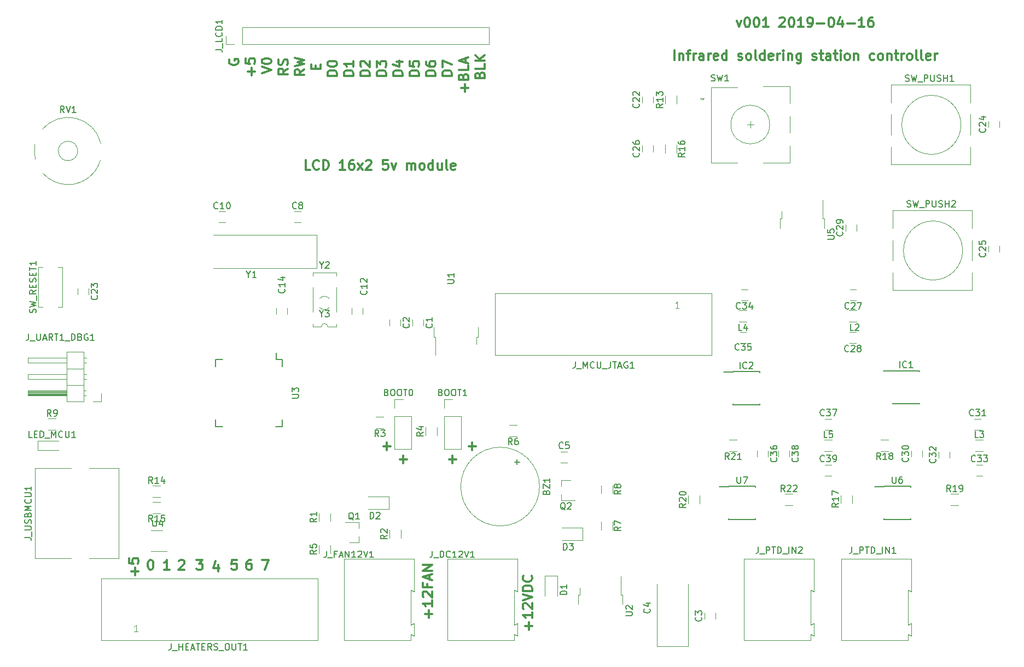
<source format=gbr>
G04 #@! TF.FileFunction,Legend,Top*
%FSLAX46Y46*%
G04 Gerber Fmt 4.6, Leading zero omitted, Abs format (unit mm)*
G04 Created by KiCad (PCBNEW 4.0.7-e2-6376~58~ubuntu16.04.1) date Tue Apr 16 15:45:19 2019*
%MOMM*%
%LPD*%
G01*
G04 APERTURE LIST*
%ADD10C,0.100000*%
%ADD11C,0.300000*%
%ADD12C,0.120000*%
%ADD13C,0.150000*%
G04 APERTURE END LIST*
D10*
D11*
X187223146Y-53770571D02*
X187580289Y-54770571D01*
X187937431Y-53770571D01*
X188794574Y-53270571D02*
X188937431Y-53270571D01*
X189080288Y-53342000D01*
X189151717Y-53413429D01*
X189223146Y-53556286D01*
X189294574Y-53842000D01*
X189294574Y-54199143D01*
X189223146Y-54484857D01*
X189151717Y-54627714D01*
X189080288Y-54699143D01*
X188937431Y-54770571D01*
X188794574Y-54770571D01*
X188651717Y-54699143D01*
X188580288Y-54627714D01*
X188508860Y-54484857D01*
X188437431Y-54199143D01*
X188437431Y-53842000D01*
X188508860Y-53556286D01*
X188580288Y-53413429D01*
X188651717Y-53342000D01*
X188794574Y-53270571D01*
X190223145Y-53270571D02*
X190366002Y-53270571D01*
X190508859Y-53342000D01*
X190580288Y-53413429D01*
X190651717Y-53556286D01*
X190723145Y-53842000D01*
X190723145Y-54199143D01*
X190651717Y-54484857D01*
X190580288Y-54627714D01*
X190508859Y-54699143D01*
X190366002Y-54770571D01*
X190223145Y-54770571D01*
X190080288Y-54699143D01*
X190008859Y-54627714D01*
X189937431Y-54484857D01*
X189866002Y-54199143D01*
X189866002Y-53842000D01*
X189937431Y-53556286D01*
X190008859Y-53413429D01*
X190080288Y-53342000D01*
X190223145Y-53270571D01*
X192151716Y-54770571D02*
X191294573Y-54770571D01*
X191723145Y-54770571D02*
X191723145Y-53270571D01*
X191580288Y-53484857D01*
X191437430Y-53627714D01*
X191294573Y-53699143D01*
X193866001Y-53413429D02*
X193937430Y-53342000D01*
X194080287Y-53270571D01*
X194437430Y-53270571D01*
X194580287Y-53342000D01*
X194651716Y-53413429D01*
X194723144Y-53556286D01*
X194723144Y-53699143D01*
X194651716Y-53913429D01*
X193794573Y-54770571D01*
X194723144Y-54770571D01*
X195651715Y-53270571D02*
X195794572Y-53270571D01*
X195937429Y-53342000D01*
X196008858Y-53413429D01*
X196080287Y-53556286D01*
X196151715Y-53842000D01*
X196151715Y-54199143D01*
X196080287Y-54484857D01*
X196008858Y-54627714D01*
X195937429Y-54699143D01*
X195794572Y-54770571D01*
X195651715Y-54770571D01*
X195508858Y-54699143D01*
X195437429Y-54627714D01*
X195366001Y-54484857D01*
X195294572Y-54199143D01*
X195294572Y-53842000D01*
X195366001Y-53556286D01*
X195437429Y-53413429D01*
X195508858Y-53342000D01*
X195651715Y-53270571D01*
X197580286Y-54770571D02*
X196723143Y-54770571D01*
X197151715Y-54770571D02*
X197151715Y-53270571D01*
X197008858Y-53484857D01*
X196866000Y-53627714D01*
X196723143Y-53699143D01*
X198294571Y-54770571D02*
X198580286Y-54770571D01*
X198723143Y-54699143D01*
X198794571Y-54627714D01*
X198937429Y-54413429D01*
X199008857Y-54127714D01*
X199008857Y-53556286D01*
X198937429Y-53413429D01*
X198866000Y-53342000D01*
X198723143Y-53270571D01*
X198437429Y-53270571D01*
X198294571Y-53342000D01*
X198223143Y-53413429D01*
X198151714Y-53556286D01*
X198151714Y-53913429D01*
X198223143Y-54056286D01*
X198294571Y-54127714D01*
X198437429Y-54199143D01*
X198723143Y-54199143D01*
X198866000Y-54127714D01*
X198937429Y-54056286D01*
X199008857Y-53913429D01*
X199651714Y-54199143D02*
X200794571Y-54199143D01*
X201794571Y-53270571D02*
X201937428Y-53270571D01*
X202080285Y-53342000D01*
X202151714Y-53413429D01*
X202223143Y-53556286D01*
X202294571Y-53842000D01*
X202294571Y-54199143D01*
X202223143Y-54484857D01*
X202151714Y-54627714D01*
X202080285Y-54699143D01*
X201937428Y-54770571D01*
X201794571Y-54770571D01*
X201651714Y-54699143D01*
X201580285Y-54627714D01*
X201508857Y-54484857D01*
X201437428Y-54199143D01*
X201437428Y-53842000D01*
X201508857Y-53556286D01*
X201580285Y-53413429D01*
X201651714Y-53342000D01*
X201794571Y-53270571D01*
X203580285Y-53770571D02*
X203580285Y-54770571D01*
X203223142Y-53199143D02*
X202865999Y-54270571D01*
X203794571Y-54270571D01*
X204365999Y-54199143D02*
X205508856Y-54199143D01*
X207008856Y-54770571D02*
X206151713Y-54770571D01*
X206580285Y-54770571D02*
X206580285Y-53270571D01*
X206437428Y-53484857D01*
X206294570Y-53627714D01*
X206151713Y-53699143D01*
X208294570Y-53270571D02*
X208008856Y-53270571D01*
X207865999Y-53342000D01*
X207794570Y-53413429D01*
X207651713Y-53627714D01*
X207580284Y-53913429D01*
X207580284Y-54484857D01*
X207651713Y-54627714D01*
X207723141Y-54699143D01*
X207865999Y-54770571D01*
X208151713Y-54770571D01*
X208294570Y-54699143D01*
X208365999Y-54627714D01*
X208437427Y-54484857D01*
X208437427Y-54127714D01*
X208365999Y-53984857D01*
X208294570Y-53913429D01*
X208151713Y-53842000D01*
X207865999Y-53842000D01*
X207723141Y-53913429D01*
X207651713Y-53984857D01*
X207580284Y-54127714D01*
X177616001Y-59870571D02*
X177616001Y-58370571D01*
X178330287Y-58870571D02*
X178330287Y-59870571D01*
X178330287Y-59013429D02*
X178401715Y-58942000D01*
X178544573Y-58870571D01*
X178758858Y-58870571D01*
X178901715Y-58942000D01*
X178973144Y-59084857D01*
X178973144Y-59870571D01*
X179473144Y-58870571D02*
X180044573Y-58870571D01*
X179687430Y-59870571D02*
X179687430Y-58584857D01*
X179758858Y-58442000D01*
X179901716Y-58370571D01*
X180044573Y-58370571D01*
X180544573Y-59870571D02*
X180544573Y-58870571D01*
X180544573Y-59156286D02*
X180616001Y-59013429D01*
X180687430Y-58942000D01*
X180830287Y-58870571D01*
X180973144Y-58870571D01*
X182116001Y-59870571D02*
X182116001Y-59084857D01*
X182044572Y-58942000D01*
X181901715Y-58870571D01*
X181616001Y-58870571D01*
X181473144Y-58942000D01*
X182116001Y-59799143D02*
X181973144Y-59870571D01*
X181616001Y-59870571D01*
X181473144Y-59799143D01*
X181401715Y-59656286D01*
X181401715Y-59513429D01*
X181473144Y-59370571D01*
X181616001Y-59299143D01*
X181973144Y-59299143D01*
X182116001Y-59227714D01*
X182830287Y-59870571D02*
X182830287Y-58870571D01*
X182830287Y-59156286D02*
X182901715Y-59013429D01*
X182973144Y-58942000D01*
X183116001Y-58870571D01*
X183258858Y-58870571D01*
X184330286Y-59799143D02*
X184187429Y-59870571D01*
X183901715Y-59870571D01*
X183758858Y-59799143D01*
X183687429Y-59656286D01*
X183687429Y-59084857D01*
X183758858Y-58942000D01*
X183901715Y-58870571D01*
X184187429Y-58870571D01*
X184330286Y-58942000D01*
X184401715Y-59084857D01*
X184401715Y-59227714D01*
X183687429Y-59370571D01*
X185687429Y-59870571D02*
X185687429Y-58370571D01*
X185687429Y-59799143D02*
X185544572Y-59870571D01*
X185258858Y-59870571D01*
X185116000Y-59799143D01*
X185044572Y-59727714D01*
X184973143Y-59584857D01*
X184973143Y-59156286D01*
X185044572Y-59013429D01*
X185116000Y-58942000D01*
X185258858Y-58870571D01*
X185544572Y-58870571D01*
X185687429Y-58942000D01*
X187473143Y-59799143D02*
X187616000Y-59870571D01*
X187901715Y-59870571D01*
X188044572Y-59799143D01*
X188116000Y-59656286D01*
X188116000Y-59584857D01*
X188044572Y-59442000D01*
X187901715Y-59370571D01*
X187687429Y-59370571D01*
X187544572Y-59299143D01*
X187473143Y-59156286D01*
X187473143Y-59084857D01*
X187544572Y-58942000D01*
X187687429Y-58870571D01*
X187901715Y-58870571D01*
X188044572Y-58942000D01*
X188973144Y-59870571D02*
X188830286Y-59799143D01*
X188758858Y-59727714D01*
X188687429Y-59584857D01*
X188687429Y-59156286D01*
X188758858Y-59013429D01*
X188830286Y-58942000D01*
X188973144Y-58870571D01*
X189187429Y-58870571D01*
X189330286Y-58942000D01*
X189401715Y-59013429D01*
X189473144Y-59156286D01*
X189473144Y-59584857D01*
X189401715Y-59727714D01*
X189330286Y-59799143D01*
X189187429Y-59870571D01*
X188973144Y-59870571D01*
X190330287Y-59870571D02*
X190187429Y-59799143D01*
X190116001Y-59656286D01*
X190116001Y-58370571D01*
X191544572Y-59870571D02*
X191544572Y-58370571D01*
X191544572Y-59799143D02*
X191401715Y-59870571D01*
X191116001Y-59870571D01*
X190973143Y-59799143D01*
X190901715Y-59727714D01*
X190830286Y-59584857D01*
X190830286Y-59156286D01*
X190901715Y-59013429D01*
X190973143Y-58942000D01*
X191116001Y-58870571D01*
X191401715Y-58870571D01*
X191544572Y-58942000D01*
X192830286Y-59799143D02*
X192687429Y-59870571D01*
X192401715Y-59870571D01*
X192258858Y-59799143D01*
X192187429Y-59656286D01*
X192187429Y-59084857D01*
X192258858Y-58942000D01*
X192401715Y-58870571D01*
X192687429Y-58870571D01*
X192830286Y-58942000D01*
X192901715Y-59084857D01*
X192901715Y-59227714D01*
X192187429Y-59370571D01*
X193544572Y-59870571D02*
X193544572Y-58870571D01*
X193544572Y-59156286D02*
X193616000Y-59013429D01*
X193687429Y-58942000D01*
X193830286Y-58870571D01*
X193973143Y-58870571D01*
X194473143Y-59870571D02*
X194473143Y-58870571D01*
X194473143Y-58370571D02*
X194401714Y-58442000D01*
X194473143Y-58513429D01*
X194544571Y-58442000D01*
X194473143Y-58370571D01*
X194473143Y-58513429D01*
X195187429Y-58870571D02*
X195187429Y-59870571D01*
X195187429Y-59013429D02*
X195258857Y-58942000D01*
X195401715Y-58870571D01*
X195616000Y-58870571D01*
X195758857Y-58942000D01*
X195830286Y-59084857D01*
X195830286Y-59870571D01*
X197187429Y-58870571D02*
X197187429Y-60084857D01*
X197116000Y-60227714D01*
X197044572Y-60299143D01*
X196901715Y-60370571D01*
X196687429Y-60370571D01*
X196544572Y-60299143D01*
X197187429Y-59799143D02*
X197044572Y-59870571D01*
X196758858Y-59870571D01*
X196616000Y-59799143D01*
X196544572Y-59727714D01*
X196473143Y-59584857D01*
X196473143Y-59156286D01*
X196544572Y-59013429D01*
X196616000Y-58942000D01*
X196758858Y-58870571D01*
X197044572Y-58870571D01*
X197187429Y-58942000D01*
X198973143Y-59799143D02*
X199116000Y-59870571D01*
X199401715Y-59870571D01*
X199544572Y-59799143D01*
X199616000Y-59656286D01*
X199616000Y-59584857D01*
X199544572Y-59442000D01*
X199401715Y-59370571D01*
X199187429Y-59370571D01*
X199044572Y-59299143D01*
X198973143Y-59156286D01*
X198973143Y-59084857D01*
X199044572Y-58942000D01*
X199187429Y-58870571D01*
X199401715Y-58870571D01*
X199544572Y-58942000D01*
X200044572Y-58870571D02*
X200616001Y-58870571D01*
X200258858Y-58370571D02*
X200258858Y-59656286D01*
X200330286Y-59799143D01*
X200473144Y-59870571D01*
X200616001Y-59870571D01*
X201758858Y-59870571D02*
X201758858Y-59084857D01*
X201687429Y-58942000D01*
X201544572Y-58870571D01*
X201258858Y-58870571D01*
X201116001Y-58942000D01*
X201758858Y-59799143D02*
X201616001Y-59870571D01*
X201258858Y-59870571D01*
X201116001Y-59799143D01*
X201044572Y-59656286D01*
X201044572Y-59513429D01*
X201116001Y-59370571D01*
X201258858Y-59299143D01*
X201616001Y-59299143D01*
X201758858Y-59227714D01*
X202258858Y-58870571D02*
X202830287Y-58870571D01*
X202473144Y-58370571D02*
X202473144Y-59656286D01*
X202544572Y-59799143D01*
X202687430Y-59870571D01*
X202830287Y-59870571D01*
X203330287Y-59870571D02*
X203330287Y-58870571D01*
X203330287Y-58370571D02*
X203258858Y-58442000D01*
X203330287Y-58513429D01*
X203401715Y-58442000D01*
X203330287Y-58370571D01*
X203330287Y-58513429D01*
X204258859Y-59870571D02*
X204116001Y-59799143D01*
X204044573Y-59727714D01*
X203973144Y-59584857D01*
X203973144Y-59156286D01*
X204044573Y-59013429D01*
X204116001Y-58942000D01*
X204258859Y-58870571D01*
X204473144Y-58870571D01*
X204616001Y-58942000D01*
X204687430Y-59013429D01*
X204758859Y-59156286D01*
X204758859Y-59584857D01*
X204687430Y-59727714D01*
X204616001Y-59799143D01*
X204473144Y-59870571D01*
X204258859Y-59870571D01*
X205401716Y-58870571D02*
X205401716Y-59870571D01*
X205401716Y-59013429D02*
X205473144Y-58942000D01*
X205616002Y-58870571D01*
X205830287Y-58870571D01*
X205973144Y-58942000D01*
X206044573Y-59084857D01*
X206044573Y-59870571D01*
X208544573Y-59799143D02*
X208401716Y-59870571D01*
X208116002Y-59870571D01*
X207973144Y-59799143D01*
X207901716Y-59727714D01*
X207830287Y-59584857D01*
X207830287Y-59156286D01*
X207901716Y-59013429D01*
X207973144Y-58942000D01*
X208116002Y-58870571D01*
X208401716Y-58870571D01*
X208544573Y-58942000D01*
X209401716Y-59870571D02*
X209258858Y-59799143D01*
X209187430Y-59727714D01*
X209116001Y-59584857D01*
X209116001Y-59156286D01*
X209187430Y-59013429D01*
X209258858Y-58942000D01*
X209401716Y-58870571D01*
X209616001Y-58870571D01*
X209758858Y-58942000D01*
X209830287Y-59013429D01*
X209901716Y-59156286D01*
X209901716Y-59584857D01*
X209830287Y-59727714D01*
X209758858Y-59799143D01*
X209616001Y-59870571D01*
X209401716Y-59870571D01*
X210544573Y-58870571D02*
X210544573Y-59870571D01*
X210544573Y-59013429D02*
X210616001Y-58942000D01*
X210758859Y-58870571D01*
X210973144Y-58870571D01*
X211116001Y-58942000D01*
X211187430Y-59084857D01*
X211187430Y-59870571D01*
X211687430Y-58870571D02*
X212258859Y-58870571D01*
X211901716Y-58370571D02*
X211901716Y-59656286D01*
X211973144Y-59799143D01*
X212116002Y-59870571D01*
X212258859Y-59870571D01*
X212758859Y-59870571D02*
X212758859Y-58870571D01*
X212758859Y-59156286D02*
X212830287Y-59013429D01*
X212901716Y-58942000D01*
X213044573Y-58870571D01*
X213187430Y-58870571D01*
X213901716Y-59870571D02*
X213758858Y-59799143D01*
X213687430Y-59727714D01*
X213616001Y-59584857D01*
X213616001Y-59156286D01*
X213687430Y-59013429D01*
X213758858Y-58942000D01*
X213901716Y-58870571D01*
X214116001Y-58870571D01*
X214258858Y-58942000D01*
X214330287Y-59013429D01*
X214401716Y-59156286D01*
X214401716Y-59584857D01*
X214330287Y-59727714D01*
X214258858Y-59799143D01*
X214116001Y-59870571D01*
X213901716Y-59870571D01*
X215258859Y-59870571D02*
X215116001Y-59799143D01*
X215044573Y-59656286D01*
X215044573Y-58370571D01*
X216044573Y-59870571D02*
X215901715Y-59799143D01*
X215830287Y-59656286D01*
X215830287Y-58370571D01*
X217187429Y-59799143D02*
X217044572Y-59870571D01*
X216758858Y-59870571D01*
X216616001Y-59799143D01*
X216544572Y-59656286D01*
X216544572Y-59084857D01*
X216616001Y-58942000D01*
X216758858Y-58870571D01*
X217044572Y-58870571D01*
X217187429Y-58942000D01*
X217258858Y-59084857D01*
X217258858Y-59227714D01*
X216544572Y-59370571D01*
X217901715Y-59870571D02*
X217901715Y-58870571D01*
X217901715Y-59156286D02*
X217973143Y-59013429D01*
X218044572Y-58942000D01*
X218187429Y-58870571D01*
X218330286Y-58870571D01*
X147466857Y-62210000D02*
X147538286Y-61995714D01*
X147609714Y-61924286D01*
X147752571Y-61852857D01*
X147966857Y-61852857D01*
X148109714Y-61924286D01*
X148181143Y-61995714D01*
X148252571Y-62138572D01*
X148252571Y-62710000D01*
X146752571Y-62710000D01*
X146752571Y-62210000D01*
X146824000Y-62067143D01*
X146895429Y-61995714D01*
X147038286Y-61924286D01*
X147181143Y-61924286D01*
X147324000Y-61995714D01*
X147395429Y-62067143D01*
X147466857Y-62210000D01*
X147466857Y-62710000D01*
X148252571Y-60495714D02*
X148252571Y-61210000D01*
X146752571Y-61210000D01*
X148252571Y-59995714D02*
X146752571Y-59995714D01*
X148252571Y-59138571D02*
X147395429Y-59781428D01*
X146752571Y-59138571D02*
X147609714Y-59995714D01*
X145141143Y-64801428D02*
X145141143Y-63658571D01*
X145712571Y-64230000D02*
X144569714Y-64230000D01*
X144926857Y-62444285D02*
X144998286Y-62229999D01*
X145069714Y-62158571D01*
X145212571Y-62087142D01*
X145426857Y-62087142D01*
X145569714Y-62158571D01*
X145641143Y-62229999D01*
X145712571Y-62372857D01*
X145712571Y-62944285D01*
X144212571Y-62944285D01*
X144212571Y-62444285D01*
X144284000Y-62301428D01*
X144355429Y-62229999D01*
X144498286Y-62158571D01*
X144641143Y-62158571D01*
X144784000Y-62229999D01*
X144855429Y-62301428D01*
X144926857Y-62444285D01*
X144926857Y-62944285D01*
X145712571Y-60729999D02*
X145712571Y-61444285D01*
X144212571Y-61444285D01*
X145284000Y-60301428D02*
X145284000Y-59587142D01*
X145712571Y-60444285D02*
X144212571Y-59944285D01*
X145712571Y-59444285D01*
X143172571Y-62321142D02*
X141672571Y-62321142D01*
X141672571Y-61963999D01*
X141744000Y-61749714D01*
X141886857Y-61606856D01*
X142029714Y-61535428D01*
X142315429Y-61463999D01*
X142529714Y-61463999D01*
X142815429Y-61535428D01*
X142958286Y-61606856D01*
X143101143Y-61749714D01*
X143172571Y-61963999D01*
X143172571Y-62321142D01*
X141672571Y-60963999D02*
X141672571Y-59963999D01*
X143172571Y-60606856D01*
X140632571Y-62321142D02*
X139132571Y-62321142D01*
X139132571Y-61963999D01*
X139204000Y-61749714D01*
X139346857Y-61606856D01*
X139489714Y-61535428D01*
X139775429Y-61463999D01*
X139989714Y-61463999D01*
X140275429Y-61535428D01*
X140418286Y-61606856D01*
X140561143Y-61749714D01*
X140632571Y-61963999D01*
X140632571Y-62321142D01*
X139132571Y-60178285D02*
X139132571Y-60463999D01*
X139204000Y-60606856D01*
X139275429Y-60678285D01*
X139489714Y-60821142D01*
X139775429Y-60892571D01*
X140346857Y-60892571D01*
X140489714Y-60821142D01*
X140561143Y-60749714D01*
X140632571Y-60606856D01*
X140632571Y-60321142D01*
X140561143Y-60178285D01*
X140489714Y-60106856D01*
X140346857Y-60035428D01*
X139989714Y-60035428D01*
X139846857Y-60106856D01*
X139775429Y-60178285D01*
X139704000Y-60321142D01*
X139704000Y-60606856D01*
X139775429Y-60749714D01*
X139846857Y-60821142D01*
X139989714Y-60892571D01*
X138092571Y-62321142D02*
X136592571Y-62321142D01*
X136592571Y-61963999D01*
X136664000Y-61749714D01*
X136806857Y-61606856D01*
X136949714Y-61535428D01*
X137235429Y-61463999D01*
X137449714Y-61463999D01*
X137735429Y-61535428D01*
X137878286Y-61606856D01*
X138021143Y-61749714D01*
X138092571Y-61963999D01*
X138092571Y-62321142D01*
X136592571Y-60106856D02*
X136592571Y-60821142D01*
X137306857Y-60892571D01*
X137235429Y-60821142D01*
X137164000Y-60678285D01*
X137164000Y-60321142D01*
X137235429Y-60178285D01*
X137306857Y-60106856D01*
X137449714Y-60035428D01*
X137806857Y-60035428D01*
X137949714Y-60106856D01*
X138021143Y-60178285D01*
X138092571Y-60321142D01*
X138092571Y-60678285D01*
X138021143Y-60821142D01*
X137949714Y-60892571D01*
X135552571Y-62321142D02*
X134052571Y-62321142D01*
X134052571Y-61963999D01*
X134124000Y-61749714D01*
X134266857Y-61606856D01*
X134409714Y-61535428D01*
X134695429Y-61463999D01*
X134909714Y-61463999D01*
X135195429Y-61535428D01*
X135338286Y-61606856D01*
X135481143Y-61749714D01*
X135552571Y-61963999D01*
X135552571Y-62321142D01*
X134552571Y-60178285D02*
X135552571Y-60178285D01*
X133981143Y-60535428D02*
X135052571Y-60892571D01*
X135052571Y-59963999D01*
X133012571Y-62321142D02*
X131512571Y-62321142D01*
X131512571Y-61963999D01*
X131584000Y-61749714D01*
X131726857Y-61606856D01*
X131869714Y-61535428D01*
X132155429Y-61463999D01*
X132369714Y-61463999D01*
X132655429Y-61535428D01*
X132798286Y-61606856D01*
X132941143Y-61749714D01*
X133012571Y-61963999D01*
X133012571Y-62321142D01*
X131512571Y-60963999D02*
X131512571Y-60035428D01*
X132084000Y-60535428D01*
X132084000Y-60321142D01*
X132155429Y-60178285D01*
X132226857Y-60106856D01*
X132369714Y-60035428D01*
X132726857Y-60035428D01*
X132869714Y-60106856D01*
X132941143Y-60178285D01*
X133012571Y-60321142D01*
X133012571Y-60749714D01*
X132941143Y-60892571D01*
X132869714Y-60963999D01*
X130472571Y-62321142D02*
X128972571Y-62321142D01*
X128972571Y-61963999D01*
X129044000Y-61749714D01*
X129186857Y-61606856D01*
X129329714Y-61535428D01*
X129615429Y-61463999D01*
X129829714Y-61463999D01*
X130115429Y-61535428D01*
X130258286Y-61606856D01*
X130401143Y-61749714D01*
X130472571Y-61963999D01*
X130472571Y-62321142D01*
X129115429Y-60892571D02*
X129044000Y-60821142D01*
X128972571Y-60678285D01*
X128972571Y-60321142D01*
X129044000Y-60178285D01*
X129115429Y-60106856D01*
X129258286Y-60035428D01*
X129401143Y-60035428D01*
X129615429Y-60106856D01*
X130472571Y-60963999D01*
X130472571Y-60035428D01*
X127932571Y-62321142D02*
X126432571Y-62321142D01*
X126432571Y-61963999D01*
X126504000Y-61749714D01*
X126646857Y-61606856D01*
X126789714Y-61535428D01*
X127075429Y-61463999D01*
X127289714Y-61463999D01*
X127575429Y-61535428D01*
X127718286Y-61606856D01*
X127861143Y-61749714D01*
X127932571Y-61963999D01*
X127932571Y-62321142D01*
X127932571Y-60035428D02*
X127932571Y-60892571D01*
X127932571Y-60463999D02*
X126432571Y-60463999D01*
X126646857Y-60606856D01*
X126789714Y-60749714D01*
X126861143Y-60892571D01*
X125392571Y-62321142D02*
X123892571Y-62321142D01*
X123892571Y-61963999D01*
X123964000Y-61749714D01*
X124106857Y-61606856D01*
X124249714Y-61535428D01*
X124535429Y-61463999D01*
X124749714Y-61463999D01*
X125035429Y-61535428D01*
X125178286Y-61606856D01*
X125321143Y-61749714D01*
X125392571Y-61963999D01*
X125392571Y-62321142D01*
X123892571Y-60535428D02*
X123892571Y-60392571D01*
X123964000Y-60249714D01*
X124035429Y-60178285D01*
X124178286Y-60106856D01*
X124464000Y-60035428D01*
X124821143Y-60035428D01*
X125106857Y-60106856D01*
X125249714Y-60178285D01*
X125321143Y-60249714D01*
X125392571Y-60392571D01*
X125392571Y-60535428D01*
X125321143Y-60678285D01*
X125249714Y-60749714D01*
X125106857Y-60821142D01*
X124821143Y-60892571D01*
X124464000Y-60892571D01*
X124178286Y-60821142D01*
X124035429Y-60749714D01*
X123964000Y-60678285D01*
X123892571Y-60535428D01*
X122066857Y-61281428D02*
X122066857Y-60781428D01*
X122852571Y-60567142D02*
X122852571Y-61281428D01*
X121352571Y-61281428D01*
X121352571Y-60567142D01*
X120312571Y-61352857D02*
X119598286Y-61852857D01*
X120312571Y-62210000D02*
X118812571Y-62210000D01*
X118812571Y-61638572D01*
X118884000Y-61495714D01*
X118955429Y-61424286D01*
X119098286Y-61352857D01*
X119312571Y-61352857D01*
X119455429Y-61424286D01*
X119526857Y-61495714D01*
X119598286Y-61638572D01*
X119598286Y-62210000D01*
X118812571Y-60852857D02*
X120312571Y-60495714D01*
X119241143Y-60210000D01*
X120312571Y-59924286D01*
X118812571Y-59567143D01*
X117772571Y-61209999D02*
X117058286Y-61709999D01*
X117772571Y-62067142D02*
X116272571Y-62067142D01*
X116272571Y-61495714D01*
X116344000Y-61352856D01*
X116415429Y-61281428D01*
X116558286Y-61209999D01*
X116772571Y-61209999D01*
X116915429Y-61281428D01*
X116986857Y-61352856D01*
X117058286Y-61495714D01*
X117058286Y-62067142D01*
X117701143Y-60638571D02*
X117772571Y-60424285D01*
X117772571Y-60067142D01*
X117701143Y-59924285D01*
X117629714Y-59852856D01*
X117486857Y-59781428D01*
X117344000Y-59781428D01*
X117201143Y-59852856D01*
X117129714Y-59924285D01*
X117058286Y-60067142D01*
X116986857Y-60352856D01*
X116915429Y-60495714D01*
X116844000Y-60567142D01*
X116701143Y-60638571D01*
X116558286Y-60638571D01*
X116415429Y-60567142D01*
X116344000Y-60495714D01*
X116272571Y-60352856D01*
X116272571Y-59995714D01*
X116344000Y-59781428D01*
X113732571Y-61920285D02*
X115232571Y-61420285D01*
X113732571Y-60920285D01*
X113732571Y-60134571D02*
X113732571Y-59991714D01*
X113804000Y-59848857D01*
X113875429Y-59777428D01*
X114018286Y-59705999D01*
X114304000Y-59634571D01*
X114661143Y-59634571D01*
X114946857Y-59705999D01*
X115089714Y-59777428D01*
X115161143Y-59848857D01*
X115232571Y-59991714D01*
X115232571Y-60134571D01*
X115161143Y-60277428D01*
X115089714Y-60348857D01*
X114946857Y-60420285D01*
X114661143Y-60491714D01*
X114304000Y-60491714D01*
X114018286Y-60420285D01*
X113875429Y-60348857D01*
X113804000Y-60277428D01*
X113732571Y-60134571D01*
X112121143Y-62245714D02*
X112121143Y-61102857D01*
X112692571Y-61674286D02*
X111549714Y-61674286D01*
X111192571Y-59674285D02*
X111192571Y-60388571D01*
X111906857Y-60460000D01*
X111835429Y-60388571D01*
X111764000Y-60245714D01*
X111764000Y-59888571D01*
X111835429Y-59745714D01*
X111906857Y-59674285D01*
X112049714Y-59602857D01*
X112406857Y-59602857D01*
X112549714Y-59674285D01*
X112621143Y-59745714D01*
X112692571Y-59888571D01*
X112692571Y-60245714D01*
X112621143Y-60388571D01*
X112549714Y-60460000D01*
X108724000Y-59805143D02*
X108652571Y-59948000D01*
X108652571Y-60162286D01*
X108724000Y-60376571D01*
X108866857Y-60519429D01*
X109009714Y-60590857D01*
X109295429Y-60662286D01*
X109509714Y-60662286D01*
X109795429Y-60590857D01*
X109938286Y-60519429D01*
X110081143Y-60376571D01*
X110152571Y-60162286D01*
X110152571Y-60019429D01*
X110081143Y-59805143D01*
X110009714Y-59733714D01*
X109509714Y-59733714D01*
X109509714Y-60019429D01*
X121222859Y-76878571D02*
X120508573Y-76878571D01*
X120508573Y-75378571D01*
X122580002Y-76735714D02*
X122508573Y-76807143D01*
X122294287Y-76878571D01*
X122151430Y-76878571D01*
X121937145Y-76807143D01*
X121794287Y-76664286D01*
X121722859Y-76521429D01*
X121651430Y-76235714D01*
X121651430Y-76021429D01*
X121722859Y-75735714D01*
X121794287Y-75592857D01*
X121937145Y-75450000D01*
X122151430Y-75378571D01*
X122294287Y-75378571D01*
X122508573Y-75450000D01*
X122580002Y-75521429D01*
X123222859Y-76878571D02*
X123222859Y-75378571D01*
X123580002Y-75378571D01*
X123794287Y-75450000D01*
X123937145Y-75592857D01*
X124008573Y-75735714D01*
X124080002Y-76021429D01*
X124080002Y-76235714D01*
X124008573Y-76521429D01*
X123937145Y-76664286D01*
X123794287Y-76807143D01*
X123580002Y-76878571D01*
X123222859Y-76878571D01*
X126651430Y-76878571D02*
X125794287Y-76878571D01*
X126222859Y-76878571D02*
X126222859Y-75378571D01*
X126080002Y-75592857D01*
X125937144Y-75735714D01*
X125794287Y-75807143D01*
X127937144Y-75378571D02*
X127651430Y-75378571D01*
X127508573Y-75450000D01*
X127437144Y-75521429D01*
X127294287Y-75735714D01*
X127222858Y-76021429D01*
X127222858Y-76592857D01*
X127294287Y-76735714D01*
X127365715Y-76807143D01*
X127508573Y-76878571D01*
X127794287Y-76878571D01*
X127937144Y-76807143D01*
X128008573Y-76735714D01*
X128080001Y-76592857D01*
X128080001Y-76235714D01*
X128008573Y-76092857D01*
X127937144Y-76021429D01*
X127794287Y-75950000D01*
X127508573Y-75950000D01*
X127365715Y-76021429D01*
X127294287Y-76092857D01*
X127222858Y-76235714D01*
X128580001Y-76878571D02*
X129365715Y-75878571D01*
X128580001Y-75878571D02*
X129365715Y-76878571D01*
X129865715Y-75521429D02*
X129937144Y-75450000D01*
X130080001Y-75378571D01*
X130437144Y-75378571D01*
X130580001Y-75450000D01*
X130651430Y-75521429D01*
X130722858Y-75664286D01*
X130722858Y-75807143D01*
X130651430Y-76021429D01*
X129794287Y-76878571D01*
X130722858Y-76878571D01*
X133222858Y-75378571D02*
X132508572Y-75378571D01*
X132437143Y-76092857D01*
X132508572Y-76021429D01*
X132651429Y-75950000D01*
X133008572Y-75950000D01*
X133151429Y-76021429D01*
X133222858Y-76092857D01*
X133294286Y-76235714D01*
X133294286Y-76592857D01*
X133222858Y-76735714D01*
X133151429Y-76807143D01*
X133008572Y-76878571D01*
X132651429Y-76878571D01*
X132508572Y-76807143D01*
X132437143Y-76735714D01*
X133794286Y-75878571D02*
X134151429Y-76878571D01*
X134508571Y-75878571D01*
X136222857Y-76878571D02*
X136222857Y-75878571D01*
X136222857Y-76021429D02*
X136294285Y-75950000D01*
X136437143Y-75878571D01*
X136651428Y-75878571D01*
X136794285Y-75950000D01*
X136865714Y-76092857D01*
X136865714Y-76878571D01*
X136865714Y-76092857D02*
X136937143Y-75950000D01*
X137080000Y-75878571D01*
X137294285Y-75878571D01*
X137437143Y-75950000D01*
X137508571Y-76092857D01*
X137508571Y-76878571D01*
X138437143Y-76878571D02*
X138294285Y-76807143D01*
X138222857Y-76735714D01*
X138151428Y-76592857D01*
X138151428Y-76164286D01*
X138222857Y-76021429D01*
X138294285Y-75950000D01*
X138437143Y-75878571D01*
X138651428Y-75878571D01*
X138794285Y-75950000D01*
X138865714Y-76021429D01*
X138937143Y-76164286D01*
X138937143Y-76592857D01*
X138865714Y-76735714D01*
X138794285Y-76807143D01*
X138651428Y-76878571D01*
X138437143Y-76878571D01*
X140222857Y-76878571D02*
X140222857Y-75378571D01*
X140222857Y-76807143D02*
X140080000Y-76878571D01*
X139794286Y-76878571D01*
X139651428Y-76807143D01*
X139580000Y-76735714D01*
X139508571Y-76592857D01*
X139508571Y-76164286D01*
X139580000Y-76021429D01*
X139651428Y-75950000D01*
X139794286Y-75878571D01*
X140080000Y-75878571D01*
X140222857Y-75950000D01*
X141580000Y-75878571D02*
X141580000Y-76878571D01*
X140937143Y-75878571D02*
X140937143Y-76664286D01*
X141008571Y-76807143D01*
X141151429Y-76878571D01*
X141365714Y-76878571D01*
X141508571Y-76807143D01*
X141580000Y-76735714D01*
X142508572Y-76878571D02*
X142365714Y-76807143D01*
X142294286Y-76664286D01*
X142294286Y-75378571D01*
X143651428Y-76807143D02*
X143508571Y-76878571D01*
X143222857Y-76878571D01*
X143080000Y-76807143D01*
X143008571Y-76664286D01*
X143008571Y-76092857D01*
X143080000Y-75950000D01*
X143222857Y-75878571D01*
X143508571Y-75878571D01*
X143651428Y-75950000D01*
X143722857Y-76092857D01*
X143722857Y-76235714D01*
X143008571Y-76378571D01*
X113800001Y-137354571D02*
X114800001Y-137354571D01*
X114157144Y-138854571D01*
X112045715Y-137354571D02*
X111760001Y-137354571D01*
X111617144Y-137426000D01*
X111545715Y-137497429D01*
X111402858Y-137711714D01*
X111331429Y-137997429D01*
X111331429Y-138568857D01*
X111402858Y-138711714D01*
X111474286Y-138783143D01*
X111617144Y-138854571D01*
X111902858Y-138854571D01*
X112045715Y-138783143D01*
X112117144Y-138711714D01*
X112188572Y-138568857D01*
X112188572Y-138211714D01*
X112117144Y-138068857D01*
X112045715Y-137997429D01*
X111902858Y-137926000D01*
X111617144Y-137926000D01*
X111474286Y-137997429D01*
X111402858Y-138068857D01*
X111331429Y-138211714D01*
X109831144Y-137354571D02*
X109116858Y-137354571D01*
X109045429Y-138068857D01*
X109116858Y-137997429D01*
X109259715Y-137926000D01*
X109616858Y-137926000D01*
X109759715Y-137997429D01*
X109831144Y-138068857D01*
X109902572Y-138211714D01*
X109902572Y-138568857D01*
X109831144Y-138711714D01*
X109759715Y-138783143D01*
X109616858Y-138854571D01*
X109259715Y-138854571D01*
X109116858Y-138783143D01*
X109045429Y-138711714D01*
X106965715Y-138108571D02*
X106965715Y-139108571D01*
X106608572Y-137537143D02*
X106251429Y-138608571D01*
X107180001Y-138608571D01*
X103640001Y-137354571D02*
X104568572Y-137354571D01*
X104068572Y-137926000D01*
X104282858Y-137926000D01*
X104425715Y-137997429D01*
X104497144Y-138068857D01*
X104568572Y-138211714D01*
X104568572Y-138568857D01*
X104497144Y-138711714D01*
X104425715Y-138783143D01*
X104282858Y-138854571D01*
X103854286Y-138854571D01*
X103711429Y-138783143D01*
X103640001Y-138711714D01*
X100917429Y-137497429D02*
X100988858Y-137426000D01*
X101131715Y-137354571D01*
X101488858Y-137354571D01*
X101631715Y-137426000D01*
X101703144Y-137497429D01*
X101774572Y-137640286D01*
X101774572Y-137783143D01*
X101703144Y-137997429D01*
X100846001Y-138854571D01*
X101774572Y-138854571D01*
X99488572Y-138854571D02*
X98631429Y-138854571D01*
X99060001Y-138854571D02*
X99060001Y-137354571D01*
X98917144Y-137568857D01*
X98774286Y-137711714D01*
X98631429Y-137783143D01*
X96448572Y-137354571D02*
X96591429Y-137354571D01*
X96734286Y-137426000D01*
X96805715Y-137497429D01*
X96877144Y-137640286D01*
X96948572Y-137926000D01*
X96948572Y-138283143D01*
X96877144Y-138568857D01*
X96805715Y-138711714D01*
X96734286Y-138783143D01*
X96591429Y-138854571D01*
X96448572Y-138854571D01*
X96305715Y-138783143D01*
X96234286Y-138711714D01*
X96162858Y-138568857D01*
X96091429Y-138283143D01*
X96091429Y-137926000D01*
X96162858Y-137640286D01*
X96234286Y-137497429D01*
X96305715Y-137426000D01*
X96448572Y-137354571D01*
X94087143Y-139715714D02*
X94087143Y-138572857D01*
X94658571Y-139144286D02*
X93515714Y-139144286D01*
X93158571Y-137144285D02*
X93158571Y-137858571D01*
X93872857Y-137930000D01*
X93801429Y-137858571D01*
X93730000Y-137715714D01*
X93730000Y-137358571D01*
X93801429Y-137215714D01*
X93872857Y-137144285D01*
X94015714Y-137072857D01*
X94372857Y-137072857D01*
X94515714Y-137144285D01*
X94587143Y-137215714D01*
X94658571Y-137358571D01*
X94658571Y-137715714D01*
X94587143Y-137858571D01*
X94515714Y-137930000D01*
X139553143Y-146311428D02*
X139553143Y-145168571D01*
X140124571Y-145740000D02*
X138981714Y-145740000D01*
X140124571Y-143668571D02*
X140124571Y-144525714D01*
X140124571Y-144097142D02*
X138624571Y-144097142D01*
X138838857Y-144239999D01*
X138981714Y-144382857D01*
X139053143Y-144525714D01*
X138767429Y-143097143D02*
X138696000Y-143025714D01*
X138624571Y-142882857D01*
X138624571Y-142525714D01*
X138696000Y-142382857D01*
X138767429Y-142311428D01*
X138910286Y-142240000D01*
X139053143Y-142240000D01*
X139267429Y-142311428D01*
X140124571Y-143168571D01*
X140124571Y-142240000D01*
X139338857Y-141097143D02*
X139338857Y-141597143D01*
X140124571Y-141597143D02*
X138624571Y-141597143D01*
X138624571Y-140882857D01*
X139696000Y-140382858D02*
X139696000Y-139668572D01*
X140124571Y-140525715D02*
X138624571Y-140025715D01*
X140124571Y-139525715D01*
X140124571Y-139025715D02*
X138624571Y-139025715D01*
X140124571Y-138168572D01*
X138624571Y-138168572D01*
X155047143Y-148160856D02*
X155047143Y-147017999D01*
X155618571Y-147589428D02*
X154475714Y-147589428D01*
X155618571Y-145517999D02*
X155618571Y-146375142D01*
X155618571Y-145946570D02*
X154118571Y-145946570D01*
X154332857Y-146089427D01*
X154475714Y-146232285D01*
X154547143Y-146375142D01*
X154261429Y-144946571D02*
X154190000Y-144875142D01*
X154118571Y-144732285D01*
X154118571Y-144375142D01*
X154190000Y-144232285D01*
X154261429Y-144160856D01*
X154404286Y-144089428D01*
X154547143Y-144089428D01*
X154761429Y-144160856D01*
X155618571Y-145017999D01*
X155618571Y-144089428D01*
X154118571Y-143660857D02*
X155618571Y-143160857D01*
X154118571Y-142660857D01*
X155618571Y-142160857D02*
X154118571Y-142160857D01*
X154118571Y-141803714D01*
X154190000Y-141589429D01*
X154332857Y-141446571D01*
X154475714Y-141375143D01*
X154761429Y-141303714D01*
X154975714Y-141303714D01*
X155261429Y-141375143D01*
X155404286Y-141446571D01*
X155547143Y-141589429D01*
X155618571Y-141803714D01*
X155618571Y-142160857D01*
X155475714Y-139803714D02*
X155547143Y-139875143D01*
X155618571Y-140089429D01*
X155618571Y-140232286D01*
X155547143Y-140446571D01*
X155404286Y-140589429D01*
X155261429Y-140660857D01*
X154975714Y-140732286D01*
X154761429Y-140732286D01*
X154475714Y-140660857D01*
X154332857Y-140589429D01*
X154190000Y-140446571D01*
X154118571Y-140232286D01*
X154118571Y-140089429D01*
X154190000Y-139875143D01*
X154261429Y-139803714D01*
X145732572Y-119741143D02*
X146875429Y-119741143D01*
X146304000Y-120312571D02*
X146304000Y-119169714D01*
X132524572Y-119741143D02*
X133667429Y-119741143D01*
X133096000Y-120312571D02*
X133096000Y-119169714D01*
X135064572Y-121773143D02*
X136207429Y-121773143D01*
X135636000Y-122344571D02*
X135636000Y-121201714D01*
X142684572Y-121773143D02*
X143827429Y-121773143D01*
X143256000Y-122344571D02*
X143256000Y-121201714D01*
D12*
X148904000Y-57464000D02*
X148904000Y-54804000D01*
X110744000Y-57464000D02*
X148904000Y-57464000D01*
X110744000Y-54804000D02*
X148904000Y-54804000D01*
X110744000Y-57464000D02*
X110744000Y-54804000D01*
X109474000Y-57464000D02*
X108144000Y-57464000D01*
X108144000Y-57464000D02*
X108144000Y-56134000D01*
X140314000Y-101300000D02*
X140314000Y-102800000D01*
X140314000Y-102800000D02*
X140584000Y-102800000D01*
X140584000Y-102800000D02*
X140584000Y-105630000D01*
X147214000Y-101300000D02*
X147214000Y-102800000D01*
X147214000Y-102800000D02*
X146944000Y-102800000D01*
X146944000Y-102800000D02*
X146944000Y-103900000D01*
X156722000Y-125994000D02*
G75*
G03X156722000Y-125994000I-6100000J0D01*
G01*
X138772000Y-101084000D02*
X138772000Y-100084000D01*
X137072000Y-100084000D02*
X137072000Y-101084000D01*
X135216000Y-101084000D02*
X135216000Y-100084000D01*
X133516000Y-100084000D02*
X133516000Y-101084000D01*
X182284000Y-145550000D02*
X182284000Y-146550000D01*
X183984000Y-146550000D02*
X183984000Y-145550000D01*
X174892000Y-150730000D02*
X174892000Y-141130000D01*
X179692000Y-150730000D02*
X179692000Y-141130000D01*
X174892000Y-150730000D02*
X179692000Y-150730000D01*
X161028000Y-120562000D02*
X160028000Y-120562000D01*
X160028000Y-122262000D02*
X161028000Y-122262000D01*
X119753046Y-83379194D02*
X118753046Y-83379194D01*
X118753046Y-85079194D02*
X119753046Y-85079194D01*
X108069046Y-83379194D02*
X107069046Y-83379194D01*
X107069046Y-85079194D02*
X108069046Y-85079194D01*
X127674000Y-98306000D02*
X127674000Y-99306000D01*
X129374000Y-99306000D02*
X129374000Y-98306000D01*
X115990000Y-98306000D02*
X115990000Y-99306000D01*
X117690000Y-99306000D02*
X117690000Y-98306000D01*
X174332000Y-66540000D02*
X174332000Y-65540000D01*
X172632000Y-65540000D02*
X172632000Y-66540000D01*
X86956000Y-96258000D02*
X86956000Y-95258000D01*
X85256000Y-95258000D02*
X85256000Y-96258000D01*
X226226000Y-69350000D02*
X226226000Y-70350000D01*
X227926000Y-70350000D02*
X227926000Y-69350000D01*
X226226000Y-88654000D02*
X226226000Y-89654000D01*
X227926000Y-89654000D02*
X227926000Y-88654000D01*
X172632000Y-73140000D02*
X172632000Y-74140000D01*
X174332000Y-74140000D02*
X174332000Y-73140000D01*
X204752000Y-97116000D02*
X205752000Y-97116000D01*
X205752000Y-95416000D02*
X204752000Y-95416000D01*
X205712000Y-102020000D02*
X204712000Y-102020000D01*
X204712000Y-103720000D02*
X205712000Y-103720000D01*
X204128000Y-85372000D02*
X204128000Y-86372000D01*
X205828000Y-86372000D02*
X205828000Y-85372000D01*
X214288000Y-120404000D02*
X214288000Y-121404000D01*
X215988000Y-121404000D02*
X215988000Y-120404000D01*
X225036000Y-115482000D02*
X224036000Y-115482000D01*
X224036000Y-117182000D02*
X225036000Y-117182000D01*
X218518999Y-120570998D02*
X218518999Y-121570998D01*
X220218999Y-121570998D02*
X220218999Y-120570998D01*
X225310000Y-122594000D02*
X224310000Y-122594000D01*
X224310000Y-124294000D02*
X225310000Y-124294000D01*
X187948000Y-97116000D02*
X188948000Y-97116000D01*
X188948000Y-95416000D02*
X187948000Y-95416000D01*
X188734000Y-102020000D02*
X187734000Y-102020000D01*
X187734000Y-103720000D02*
X188734000Y-103720000D01*
X192112000Y-121404000D02*
X192112000Y-120404000D01*
X190412000Y-120404000D02*
X190412000Y-121404000D01*
X201922000Y-115482000D02*
X200922000Y-115482000D01*
X200922000Y-117182000D02*
X201922000Y-117182000D01*
X195414000Y-121404000D02*
X195414000Y-120404000D01*
X193714000Y-120404000D02*
X193714000Y-121404000D01*
X201922000Y-122594000D02*
X200922000Y-122594000D01*
X200922000Y-124294000D02*
X201922000Y-124294000D01*
X159496000Y-142986000D02*
X159496000Y-139786000D01*
X157496000Y-139786000D02*
X157496000Y-142986000D01*
X157496000Y-139786000D02*
X159496000Y-139786000D01*
X134258859Y-120202000D02*
X136918859Y-120202000D01*
X134258859Y-115062000D02*
X134258859Y-120202000D01*
X136918859Y-115062000D02*
X136918859Y-120202000D01*
X134258859Y-115062000D02*
X136918859Y-115062000D01*
X134258859Y-113792000D02*
X134258859Y-112462000D01*
X134258859Y-112462000D02*
X135588859Y-112462000D01*
X141926000Y-120202000D02*
X144586000Y-120202000D01*
X141926000Y-115062000D02*
X141926000Y-120202000D01*
X144586000Y-115062000D02*
X144586000Y-120202000D01*
X141926000Y-115062000D02*
X144586000Y-115062000D01*
X141926000Y-113792000D02*
X141926000Y-112462000D01*
X141926000Y-112462000D02*
X143256000Y-112462000D01*
X142464000Y-137210000D02*
X142464000Y-149810000D01*
X142464000Y-149810000D02*
X152814000Y-149810000D01*
X152814000Y-149810000D02*
X152814000Y-148860000D01*
X152814000Y-148860000D02*
X153314000Y-149110000D01*
X153314000Y-149110000D02*
X153314000Y-147210000D01*
X153314000Y-147210000D02*
X153314000Y-147160000D01*
X153314000Y-147160000D02*
X152814000Y-147410000D01*
X152814000Y-147410000D02*
X152814000Y-142010000D01*
X152814000Y-142010000D02*
X153314000Y-142310000D01*
X153314000Y-142310000D02*
X153314000Y-137210000D01*
X153314000Y-137210000D02*
X142464000Y-137210000D01*
X126462000Y-137210000D02*
X126462000Y-149810000D01*
X126462000Y-149810000D02*
X136812000Y-149810000D01*
X136812000Y-149810000D02*
X136812000Y-148860000D01*
X136812000Y-148860000D02*
X137312000Y-149110000D01*
X137312000Y-149110000D02*
X137312000Y-147210000D01*
X137312000Y-147210000D02*
X137312000Y-147160000D01*
X137312000Y-147160000D02*
X136812000Y-147410000D01*
X136812000Y-147410000D02*
X136812000Y-142010000D01*
X136812000Y-142010000D02*
X137312000Y-142310000D01*
X137312000Y-142310000D02*
X137312000Y-137210000D01*
X137312000Y-137210000D02*
X126462000Y-137210000D01*
X88904000Y-140234000D02*
X122424000Y-140234000D01*
X122424000Y-140234000D02*
X122424000Y-149834000D01*
X122424000Y-149834000D02*
X88904000Y-149834000D01*
X88904000Y-149834000D02*
X88904000Y-140234000D01*
X183384000Y-105638000D02*
X149864000Y-105638000D01*
X149864000Y-105638000D02*
X149864000Y-96038000D01*
X149864000Y-96038000D02*
X183384000Y-96038000D01*
X183384000Y-96038000D02*
X183384000Y-105638000D01*
X203424000Y-137210000D02*
X203424000Y-149810000D01*
X203424000Y-149810000D02*
X213774000Y-149810000D01*
X213774000Y-149810000D02*
X213774000Y-148860000D01*
X213774000Y-148860000D02*
X214274000Y-149110000D01*
X214274000Y-149110000D02*
X214274000Y-147210000D01*
X214274000Y-147210000D02*
X214274000Y-147160000D01*
X214274000Y-147160000D02*
X213774000Y-147410000D01*
X213774000Y-147410000D02*
X213774000Y-142010000D01*
X213774000Y-142010000D02*
X214274000Y-142310000D01*
X214274000Y-142310000D02*
X214274000Y-137210000D01*
X214274000Y-137210000D02*
X203424000Y-137210000D01*
X188358000Y-137210000D02*
X188358000Y-149810000D01*
X188358000Y-149810000D02*
X198708000Y-149810000D01*
X198708000Y-149810000D02*
X198708000Y-148860000D01*
X198708000Y-148860000D02*
X199208000Y-149110000D01*
X199208000Y-149110000D02*
X199208000Y-147210000D01*
X199208000Y-147210000D02*
X199208000Y-147160000D01*
X199208000Y-147160000D02*
X198708000Y-147410000D01*
X198708000Y-147410000D02*
X198708000Y-142010000D01*
X198708000Y-142010000D02*
X199208000Y-142310000D01*
X199208000Y-142310000D02*
X199208000Y-137210000D01*
X199208000Y-137210000D02*
X188358000Y-137210000D01*
X86190000Y-112836000D02*
X86190000Y-105096000D01*
X86190000Y-105096000D02*
X83530000Y-105096000D01*
X83530000Y-105096000D02*
X83530000Y-112836000D01*
X83530000Y-112836000D02*
X86190000Y-112836000D01*
X83530000Y-111886000D02*
X77530000Y-111886000D01*
X77530000Y-111886000D02*
X77530000Y-111126000D01*
X77530000Y-111126000D02*
X83530000Y-111126000D01*
X83530000Y-111826000D02*
X77530000Y-111826000D01*
X83530000Y-111706000D02*
X77530000Y-111706000D01*
X83530000Y-111586000D02*
X77530000Y-111586000D01*
X83530000Y-111466000D02*
X77530000Y-111466000D01*
X83530000Y-111346000D02*
X77530000Y-111346000D01*
X83530000Y-111226000D02*
X77530000Y-111226000D01*
X86520000Y-111886000D02*
X86190000Y-111886000D01*
X86520000Y-111126000D02*
X86190000Y-111126000D01*
X86190000Y-110236000D02*
X83530000Y-110236000D01*
X83530000Y-109346000D02*
X77530000Y-109346000D01*
X77530000Y-109346000D02*
X77530000Y-108586000D01*
X77530000Y-108586000D02*
X83530000Y-108586000D01*
X86587071Y-109346000D02*
X86190000Y-109346000D01*
X86587071Y-108586000D02*
X86190000Y-108586000D01*
X86190000Y-107696000D02*
X83530000Y-107696000D01*
X83530000Y-106806000D02*
X77530000Y-106806000D01*
X77530000Y-106806000D02*
X77530000Y-106046000D01*
X77530000Y-106046000D02*
X83530000Y-106046000D01*
X86587071Y-106806000D02*
X86190000Y-106806000D01*
X86587071Y-106046000D02*
X86190000Y-106046000D01*
X88900000Y-111506000D02*
X88900000Y-112776000D01*
X88900000Y-112776000D02*
X87630000Y-112776000D01*
X205832000Y-100448000D02*
X204632000Y-100448000D01*
X204632000Y-98688000D02*
X205832000Y-98688000D01*
X225390000Y-120514000D02*
X224190000Y-120514000D01*
X224190000Y-118754000D02*
X225390000Y-118754000D01*
X188814000Y-100448000D02*
X187614000Y-100448000D01*
X187614000Y-98688000D02*
X188814000Y-98688000D01*
X202022000Y-120514000D02*
X200822000Y-120514000D01*
X200822000Y-118754000D02*
X202022000Y-118754000D01*
X82280000Y-120384000D02*
X79080000Y-120384000D01*
X79080000Y-118884000D02*
X82280000Y-118884000D01*
X79080000Y-118884000D02*
X79080000Y-120384000D01*
X128776000Y-134676000D02*
X128776000Y-133746000D01*
X128776000Y-131516000D02*
X128776000Y-132446000D01*
X128776000Y-131516000D02*
X126616000Y-131516000D01*
X128776000Y-134676000D02*
X127316000Y-134676000D01*
X160038000Y-124978000D02*
X160038000Y-125908000D01*
X160038000Y-128138000D02*
X160038000Y-127208000D01*
X160038000Y-128138000D02*
X162198000Y-128138000D01*
X160038000Y-124978000D02*
X161498000Y-124978000D01*
X124324000Y-130130000D02*
X124324000Y-131330000D01*
X122564000Y-131330000D02*
X122564000Y-130130000D01*
X135246000Y-132750000D02*
X135246000Y-133950000D01*
X133486000Y-133950000D02*
X133486000Y-132750000D01*
X131400000Y-115198000D02*
X132600000Y-115198000D01*
X132600000Y-116958000D02*
X131400000Y-116958000D01*
X140834000Y-116828000D02*
X140834000Y-118028000D01*
X139074000Y-118028000D02*
X139074000Y-116828000D01*
X124324000Y-135116000D02*
X124324000Y-136316000D01*
X122564000Y-136316000D02*
X122564000Y-135116000D01*
X152054000Y-116468000D02*
X153254000Y-116468000D01*
X153254000Y-118228000D02*
X152054000Y-118228000D01*
X166252000Y-132680000D02*
X166252000Y-131480000D01*
X168012000Y-131480000D02*
X168012000Y-132680000D01*
X166252000Y-127012000D02*
X166252000Y-125812000D01*
X168012000Y-125812000D02*
X168012000Y-127012000D01*
X81880000Y-117212000D02*
X80680000Y-117212000D01*
X80680000Y-115452000D02*
X81880000Y-115452000D01*
X177918000Y-65440000D02*
X177918000Y-66640000D01*
X176158000Y-66640000D02*
X176158000Y-65440000D01*
X98056000Y-127626000D02*
X96856000Y-127626000D01*
X96856000Y-125866000D02*
X98056000Y-125866000D01*
X96856000Y-128406000D02*
X98056000Y-128406000D01*
X98056000Y-130166000D02*
X96856000Y-130166000D01*
X176158000Y-74260000D02*
X176158000Y-73060000D01*
X177918000Y-73060000D02*
X177918000Y-74260000D01*
X205096000Y-127336000D02*
X205096000Y-128536000D01*
X203336000Y-128536000D02*
X203336000Y-127336000D01*
X209538000Y-118754000D02*
X210738000Y-118754000D01*
X210738000Y-120514000D02*
X209538000Y-120514000D01*
X221580000Y-128896000D02*
X220380000Y-128896000D01*
X220380000Y-127136000D02*
X221580000Y-127136000D01*
X181474000Y-127416000D02*
X181474000Y-128616000D01*
X179714000Y-128616000D02*
X179714000Y-127416000D01*
X186090000Y-118754000D02*
X187290000Y-118754000D01*
X187290000Y-120514000D02*
X186090000Y-120514000D01*
X195926000Y-128896000D02*
X194726000Y-128896000D01*
X194726000Y-127136000D02*
X195926000Y-127136000D01*
X88748173Y-75414071D02*
G75*
G02X83740000Y-79188000I-5008173J1436071D01*
G01*
X79749383Y-70628053D02*
G75*
G02X88817000Y-72807000I3990617J-3349947D01*
G01*
X78706928Y-75326867D02*
G75*
G02X78625000Y-72984000I5033072J1348867D01*
G01*
X83830657Y-79187257D02*
G75*
G02X79868000Y-77464000I-90657J5209257D01*
G01*
X85240000Y-73978000D02*
G75*
G03X85240000Y-73978000I-1500000J0D01*
G01*
X188842000Y-69890000D02*
X189842000Y-69890000D01*
X189342000Y-69390000D02*
X189342000Y-70390000D01*
X195442000Y-73190000D02*
X195442000Y-75790000D01*
X195442000Y-68590000D02*
X195442000Y-71190000D01*
X195442000Y-63990000D02*
X195442000Y-66590000D01*
X182142000Y-65790000D02*
X181842000Y-66090000D01*
X181542000Y-65790000D02*
X182142000Y-65790000D01*
X181842000Y-66090000D02*
X181542000Y-65790000D01*
X183242000Y-64090000D02*
X183242000Y-75790000D01*
X187342000Y-64090000D02*
X183242000Y-64090000D01*
X187342000Y-75790000D02*
X183242000Y-75790000D01*
X195442000Y-75790000D02*
X191342000Y-75790000D01*
X191342000Y-63990000D02*
X195442000Y-63990000D01*
X192342000Y-69890000D02*
G75*
G03X192342000Y-69890000I-3000000J0D01*
G01*
X211120000Y-63740000D02*
X223420000Y-63740000D01*
X223420000Y-68320000D02*
X223420000Y-71460000D01*
X223420000Y-76040000D02*
X211120000Y-76040000D01*
X211120000Y-66460000D02*
X211120000Y-63740000D01*
X221949050Y-69930000D02*
G75*
G03X221949050Y-69930000I-4579050J0D01*
G01*
X211120000Y-76040000D02*
X211120000Y-73320000D01*
X211120000Y-71460000D02*
X211120000Y-68320000D01*
X223420000Y-73320000D02*
X223420000Y-76040000D01*
X223420000Y-63740000D02*
X223420000Y-66460000D01*
X211374000Y-83218000D02*
X223674000Y-83218000D01*
X223674000Y-87798000D02*
X223674000Y-90938000D01*
X223674000Y-95518000D02*
X211374000Y-95518000D01*
X211374000Y-85938000D02*
X211374000Y-83218000D01*
X222203050Y-89408000D02*
G75*
G03X222203050Y-89408000I-4579050J0D01*
G01*
X211374000Y-95518000D02*
X211374000Y-92798000D01*
X211374000Y-90938000D02*
X211374000Y-87798000D01*
X223674000Y-92798000D02*
X223674000Y-95518000D01*
X223674000Y-83218000D02*
X223674000Y-85938000D01*
X79136999Y-91967332D02*
X79786999Y-91967332D01*
X82836999Y-91967332D02*
X82186999Y-91967332D01*
X82186999Y-98167332D02*
X82836999Y-98167332D01*
X79136999Y-98167332D02*
X79786999Y-98167332D01*
X79136999Y-91967332D02*
X79136999Y-98167332D01*
X82836999Y-98167332D02*
X82836999Y-91967332D01*
X169566000Y-144250000D02*
X169566000Y-142750000D01*
X169566000Y-142750000D02*
X169296000Y-142750000D01*
X169296000Y-142750000D02*
X169296000Y-139920000D01*
X162666000Y-144250000D02*
X162666000Y-142750000D01*
X162666000Y-142750000D02*
X162936000Y-142750000D01*
X162936000Y-142750000D02*
X162936000Y-141650000D01*
D13*
X116935000Y-106331000D02*
X115935000Y-106331000D01*
X116935000Y-116681000D02*
X115860000Y-116681000D01*
X106585000Y-116681000D02*
X107660000Y-116681000D01*
X106585000Y-106331000D02*
X107660000Y-106331000D01*
X116935000Y-106331000D02*
X116935000Y-107406000D01*
X106585000Y-106331000D02*
X106585000Y-107406000D01*
X106585000Y-116681000D02*
X106585000Y-115606000D01*
X116935000Y-116681000D02*
X116935000Y-115606000D01*
X115935000Y-106331000D02*
X115935000Y-105306000D01*
D12*
X98352000Y-132822000D02*
X96552000Y-132822000D01*
X96552000Y-136042000D02*
X99002000Y-136042000D01*
X200807000Y-85933000D02*
X200807000Y-84433000D01*
X200807000Y-84433000D02*
X200537000Y-84433000D01*
X200537000Y-84433000D02*
X200537000Y-81603000D01*
X193907000Y-85933000D02*
X193907000Y-84433000D01*
X193907000Y-84433000D02*
X194177000Y-84433000D01*
X194177000Y-84433000D02*
X194177000Y-83333000D01*
D13*
X210015000Y-125949000D02*
X210015000Y-125999000D01*
X214165000Y-125949000D02*
X214165000Y-126094000D01*
X214165000Y-131099000D02*
X214165000Y-130954000D01*
X210015000Y-131099000D02*
X210015000Y-130954000D01*
X210015000Y-125949000D02*
X214165000Y-125949000D01*
X210015000Y-131099000D02*
X214165000Y-131099000D01*
X210015000Y-125999000D02*
X208615000Y-125999000D01*
X185979000Y-125949000D02*
X185979000Y-125999000D01*
X190129000Y-125949000D02*
X190129000Y-126094000D01*
X190129000Y-131099000D02*
X190129000Y-130954000D01*
X185979000Y-131099000D02*
X185979000Y-130954000D01*
X185979000Y-125949000D02*
X190129000Y-125949000D01*
X185979000Y-131099000D02*
X190129000Y-131099000D01*
X185979000Y-125999000D02*
X184579000Y-125999000D01*
D12*
X106241046Y-92113194D02*
X122216046Y-92113194D01*
X122216046Y-92113194D02*
X122216046Y-87013194D01*
X122216046Y-87013194D02*
X106241046Y-87013194D01*
X121644000Y-93298000D02*
X121644000Y-92828000D01*
X121644000Y-92828000D02*
X125244000Y-92828000D01*
X125244000Y-92828000D02*
X125244000Y-93298000D01*
X121644000Y-98928000D02*
X121644000Y-95128000D01*
X122944000Y-101228000D02*
X121644000Y-101228000D01*
X125244000Y-101228000D02*
X123944000Y-101228000D01*
X121644000Y-101228000D02*
X121644000Y-100758000D01*
X125244000Y-101228000D02*
X125244000Y-100758000D01*
X125244000Y-95128000D02*
X125244000Y-98928000D01*
X123944000Y-101228000D02*
G75*
G03X122944000Y-101228000I-500000J0D01*
G01*
X122682610Y-98236652D02*
G75*
G03X124182000Y-98236000I749390J700652D01*
G01*
X122682610Y-96835348D02*
G75*
G02X124182000Y-96836000I749390J-700652D01*
G01*
X78608000Y-137124000D02*
X78608000Y-123124000D01*
X91608000Y-123124000D02*
X91608000Y-137124000D01*
X78608000Y-123124000D02*
X84178000Y-123124000D01*
X78608000Y-137124000D02*
X84178000Y-137124000D01*
X87018000Y-123124000D02*
X91608000Y-123124000D01*
X87018000Y-137124000D02*
X91608000Y-137124000D01*
D13*
X211379000Y-108042000D02*
X211379000Y-108092000D01*
X215529000Y-108042000D02*
X215529000Y-108187000D01*
X215529000Y-113192000D02*
X215529000Y-113047000D01*
X211379000Y-113192000D02*
X211379000Y-113047000D01*
X211379000Y-108042000D02*
X215529000Y-108042000D01*
X211379000Y-113192000D02*
X215529000Y-113192000D01*
X211379000Y-108092000D02*
X209979000Y-108092000D01*
X186647000Y-108169000D02*
X186647000Y-108219000D01*
X190797000Y-108169000D02*
X190797000Y-108314000D01*
X190797000Y-113319000D02*
X190797000Y-113174000D01*
X186647000Y-113319000D02*
X186647000Y-113174000D01*
X186647000Y-108169000D02*
X190797000Y-108169000D01*
X186647000Y-113319000D02*
X190797000Y-113319000D01*
X186647000Y-108219000D02*
X185247000Y-108219000D01*
D12*
X130230000Y-129524000D02*
X133430000Y-129524000D01*
X133430000Y-127524000D02*
X130230000Y-127524000D01*
X133430000Y-127524000D02*
X133430000Y-129524000D01*
X160172000Y-134350000D02*
X163372000Y-134350000D01*
X163372000Y-132350000D02*
X160172000Y-132350000D01*
X163372000Y-132350000D02*
X163372000Y-134350000D01*
D13*
X106596381Y-58253047D02*
X107310667Y-58253047D01*
X107453524Y-58300667D01*
X107548762Y-58395905D01*
X107596381Y-58538762D01*
X107596381Y-58634000D01*
X107691619Y-58014952D02*
X107691619Y-57253047D01*
X107596381Y-56538761D02*
X107596381Y-57014952D01*
X106596381Y-57014952D01*
X107501143Y-55633999D02*
X107548762Y-55681618D01*
X107596381Y-55824475D01*
X107596381Y-55919713D01*
X107548762Y-56062571D01*
X107453524Y-56157809D01*
X107358286Y-56205428D01*
X107167810Y-56253047D01*
X107024952Y-56253047D01*
X106834476Y-56205428D01*
X106739238Y-56157809D01*
X106644000Y-56062571D01*
X106596381Y-55919713D01*
X106596381Y-55824475D01*
X106644000Y-55681618D01*
X106691619Y-55633999D01*
X107596381Y-55205428D02*
X106596381Y-55205428D01*
X106596381Y-54967333D01*
X106644000Y-54824475D01*
X106739238Y-54729237D01*
X106834476Y-54681618D01*
X107024952Y-54633999D01*
X107167810Y-54633999D01*
X107358286Y-54681618D01*
X107453524Y-54729237D01*
X107548762Y-54824475D01*
X107596381Y-54967333D01*
X107596381Y-55205428D01*
X107596381Y-53681618D02*
X107596381Y-54253047D01*
X107596381Y-53967333D02*
X106596381Y-53967333D01*
X106739238Y-54062571D01*
X106834476Y-54157809D01*
X106882095Y-54253047D01*
X142454381Y-94487905D02*
X143263905Y-94487905D01*
X143359143Y-94440286D01*
X143406762Y-94392667D01*
X143454381Y-94297429D01*
X143454381Y-94106952D01*
X143406762Y-94011714D01*
X143359143Y-93964095D01*
X143263905Y-93916476D01*
X142454381Y-93916476D01*
X143454381Y-92916476D02*
X143454381Y-93487905D01*
X143454381Y-93202191D02*
X142454381Y-93202191D01*
X142597238Y-93297429D01*
X142692476Y-93392667D01*
X142740095Y-93487905D01*
X157750571Y-126874952D02*
X157798190Y-126732095D01*
X157845810Y-126684476D01*
X157941048Y-126636857D01*
X158083905Y-126636857D01*
X158179143Y-126684476D01*
X158226762Y-126732095D01*
X158274381Y-126827333D01*
X158274381Y-127208286D01*
X157274381Y-127208286D01*
X157274381Y-126874952D01*
X157322000Y-126779714D01*
X157369619Y-126732095D01*
X157464857Y-126684476D01*
X157560095Y-126684476D01*
X157655333Y-126732095D01*
X157702952Y-126779714D01*
X157750571Y-126874952D01*
X157750571Y-127208286D01*
X157274381Y-126303524D02*
X157274381Y-125636857D01*
X158274381Y-126303524D01*
X158274381Y-125636857D01*
X158274381Y-124732095D02*
X158274381Y-125303524D01*
X158274381Y-125017810D02*
X157274381Y-125017810D01*
X157417238Y-125113048D01*
X157512476Y-125208286D01*
X157560095Y-125303524D01*
X153233429Y-122564952D02*
X153233429Y-121803047D01*
X153614381Y-122183999D02*
X152852476Y-122183999D01*
X140029143Y-100750666D02*
X140076762Y-100798285D01*
X140124381Y-100941142D01*
X140124381Y-101036380D01*
X140076762Y-101179238D01*
X139981524Y-101274476D01*
X139886286Y-101322095D01*
X139695810Y-101369714D01*
X139552952Y-101369714D01*
X139362476Y-101322095D01*
X139267238Y-101274476D01*
X139172000Y-101179238D01*
X139124381Y-101036380D01*
X139124381Y-100941142D01*
X139172000Y-100798285D01*
X139219619Y-100750666D01*
X140124381Y-99798285D02*
X140124381Y-100369714D01*
X140124381Y-100084000D02*
X139124381Y-100084000D01*
X139267238Y-100179238D01*
X139362476Y-100274476D01*
X139410095Y-100369714D01*
X136473143Y-100750666D02*
X136520762Y-100798285D01*
X136568381Y-100941142D01*
X136568381Y-101036380D01*
X136520762Y-101179238D01*
X136425524Y-101274476D01*
X136330286Y-101322095D01*
X136139810Y-101369714D01*
X135996952Y-101369714D01*
X135806476Y-101322095D01*
X135711238Y-101274476D01*
X135616000Y-101179238D01*
X135568381Y-101036380D01*
X135568381Y-100941142D01*
X135616000Y-100798285D01*
X135663619Y-100750666D01*
X135663619Y-100369714D02*
X135616000Y-100322095D01*
X135568381Y-100226857D01*
X135568381Y-99988761D01*
X135616000Y-99893523D01*
X135663619Y-99845904D01*
X135758857Y-99798285D01*
X135854095Y-99798285D01*
X135996952Y-99845904D01*
X136568381Y-100417333D01*
X136568381Y-99798285D01*
X181741143Y-146216666D02*
X181788762Y-146264285D01*
X181836381Y-146407142D01*
X181836381Y-146502380D01*
X181788762Y-146645238D01*
X181693524Y-146740476D01*
X181598286Y-146788095D01*
X181407810Y-146835714D01*
X181264952Y-146835714D01*
X181074476Y-146788095D01*
X180979238Y-146740476D01*
X180884000Y-146645238D01*
X180836381Y-146502380D01*
X180836381Y-146407142D01*
X180884000Y-146264285D01*
X180931619Y-146216666D01*
X180836381Y-145883333D02*
X180836381Y-145264285D01*
X181217333Y-145597619D01*
X181217333Y-145454761D01*
X181264952Y-145359523D01*
X181312571Y-145311904D01*
X181407810Y-145264285D01*
X181645905Y-145264285D01*
X181741143Y-145311904D01*
X181788762Y-145359523D01*
X181836381Y-145454761D01*
X181836381Y-145740476D01*
X181788762Y-145835714D01*
X181741143Y-145883333D01*
X173749143Y-144946666D02*
X173796762Y-144994285D01*
X173844381Y-145137142D01*
X173844381Y-145232380D01*
X173796762Y-145375238D01*
X173701524Y-145470476D01*
X173606286Y-145518095D01*
X173415810Y-145565714D01*
X173272952Y-145565714D01*
X173082476Y-145518095D01*
X172987238Y-145470476D01*
X172892000Y-145375238D01*
X172844381Y-145232380D01*
X172844381Y-145137142D01*
X172892000Y-144994285D01*
X172939619Y-144946666D01*
X173177714Y-144089523D02*
X173844381Y-144089523D01*
X172796762Y-144327619D02*
X173511048Y-144565714D01*
X173511048Y-143946666D01*
X160361334Y-120019143D02*
X160313715Y-120066762D01*
X160170858Y-120114381D01*
X160075620Y-120114381D01*
X159932762Y-120066762D01*
X159837524Y-119971524D01*
X159789905Y-119876286D01*
X159742286Y-119685810D01*
X159742286Y-119542952D01*
X159789905Y-119352476D01*
X159837524Y-119257238D01*
X159932762Y-119162000D01*
X160075620Y-119114381D01*
X160170858Y-119114381D01*
X160313715Y-119162000D01*
X160361334Y-119209619D01*
X161266096Y-119114381D02*
X160789905Y-119114381D01*
X160742286Y-119590571D01*
X160789905Y-119542952D01*
X160885143Y-119495333D01*
X161123239Y-119495333D01*
X161218477Y-119542952D01*
X161266096Y-119590571D01*
X161313715Y-119685810D01*
X161313715Y-119923905D01*
X161266096Y-120019143D01*
X161218477Y-120066762D01*
X161123239Y-120114381D01*
X160885143Y-120114381D01*
X160789905Y-120066762D01*
X160742286Y-120019143D01*
X119086380Y-82836337D02*
X119038761Y-82883956D01*
X118895904Y-82931575D01*
X118800666Y-82931575D01*
X118657808Y-82883956D01*
X118562570Y-82788718D01*
X118514951Y-82693480D01*
X118467332Y-82503004D01*
X118467332Y-82360146D01*
X118514951Y-82169670D01*
X118562570Y-82074432D01*
X118657808Y-81979194D01*
X118800666Y-81931575D01*
X118895904Y-81931575D01*
X119038761Y-81979194D01*
X119086380Y-82026813D01*
X119657808Y-82360146D02*
X119562570Y-82312527D01*
X119514951Y-82264908D01*
X119467332Y-82169670D01*
X119467332Y-82122051D01*
X119514951Y-82026813D01*
X119562570Y-81979194D01*
X119657808Y-81931575D01*
X119848285Y-81931575D01*
X119943523Y-81979194D01*
X119991142Y-82026813D01*
X120038761Y-82122051D01*
X120038761Y-82169670D01*
X119991142Y-82264908D01*
X119943523Y-82312527D01*
X119848285Y-82360146D01*
X119657808Y-82360146D01*
X119562570Y-82407765D01*
X119514951Y-82455384D01*
X119467332Y-82550623D01*
X119467332Y-82741099D01*
X119514951Y-82836337D01*
X119562570Y-82883956D01*
X119657808Y-82931575D01*
X119848285Y-82931575D01*
X119943523Y-82883956D01*
X119991142Y-82836337D01*
X120038761Y-82741099D01*
X120038761Y-82550623D01*
X119991142Y-82455384D01*
X119943523Y-82407765D01*
X119848285Y-82360146D01*
X106926189Y-82836337D02*
X106878570Y-82883956D01*
X106735713Y-82931575D01*
X106640475Y-82931575D01*
X106497617Y-82883956D01*
X106402379Y-82788718D01*
X106354760Y-82693480D01*
X106307141Y-82503004D01*
X106307141Y-82360146D01*
X106354760Y-82169670D01*
X106402379Y-82074432D01*
X106497617Y-81979194D01*
X106640475Y-81931575D01*
X106735713Y-81931575D01*
X106878570Y-81979194D01*
X106926189Y-82026813D01*
X107878570Y-82931575D02*
X107307141Y-82931575D01*
X107592855Y-82931575D02*
X107592855Y-81931575D01*
X107497617Y-82074432D01*
X107402379Y-82169670D01*
X107307141Y-82217289D01*
X108497617Y-81931575D02*
X108592856Y-81931575D01*
X108688094Y-81979194D01*
X108735713Y-82026813D01*
X108783332Y-82122051D01*
X108830951Y-82312527D01*
X108830951Y-82550623D01*
X108783332Y-82741099D01*
X108735713Y-82836337D01*
X108688094Y-82883956D01*
X108592856Y-82931575D01*
X108497617Y-82931575D01*
X108402379Y-82883956D01*
X108354760Y-82836337D01*
X108307141Y-82741099D01*
X108259522Y-82550623D01*
X108259522Y-82312527D01*
X108307141Y-82122051D01*
X108354760Y-82026813D01*
X108402379Y-81979194D01*
X108497617Y-81931575D01*
X129897143Y-95638857D02*
X129944762Y-95686476D01*
X129992381Y-95829333D01*
X129992381Y-95924571D01*
X129944762Y-96067429D01*
X129849524Y-96162667D01*
X129754286Y-96210286D01*
X129563810Y-96257905D01*
X129420952Y-96257905D01*
X129230476Y-96210286D01*
X129135238Y-96162667D01*
X129040000Y-96067429D01*
X128992381Y-95924571D01*
X128992381Y-95829333D01*
X129040000Y-95686476D01*
X129087619Y-95638857D01*
X129992381Y-94686476D02*
X129992381Y-95257905D01*
X129992381Y-94972191D02*
X128992381Y-94972191D01*
X129135238Y-95067429D01*
X129230476Y-95162667D01*
X129278095Y-95257905D01*
X129087619Y-94305524D02*
X129040000Y-94257905D01*
X128992381Y-94162667D01*
X128992381Y-93924571D01*
X129040000Y-93829333D01*
X129087619Y-93781714D01*
X129182857Y-93734095D01*
X129278095Y-93734095D01*
X129420952Y-93781714D01*
X129992381Y-94353143D01*
X129992381Y-93734095D01*
X117197143Y-95384857D02*
X117244762Y-95432476D01*
X117292381Y-95575333D01*
X117292381Y-95670571D01*
X117244762Y-95813429D01*
X117149524Y-95908667D01*
X117054286Y-95956286D01*
X116863810Y-96003905D01*
X116720952Y-96003905D01*
X116530476Y-95956286D01*
X116435238Y-95908667D01*
X116340000Y-95813429D01*
X116292381Y-95670571D01*
X116292381Y-95575333D01*
X116340000Y-95432476D01*
X116387619Y-95384857D01*
X117292381Y-94432476D02*
X117292381Y-95003905D01*
X117292381Y-94718191D02*
X116292381Y-94718191D01*
X116435238Y-94813429D01*
X116530476Y-94908667D01*
X116578095Y-95003905D01*
X116625714Y-93575333D02*
X117292381Y-93575333D01*
X116244762Y-93813429D02*
X116959048Y-94051524D01*
X116959048Y-93432476D01*
X172061143Y-66682857D02*
X172108762Y-66730476D01*
X172156381Y-66873333D01*
X172156381Y-66968571D01*
X172108762Y-67111429D01*
X172013524Y-67206667D01*
X171918286Y-67254286D01*
X171727810Y-67301905D01*
X171584952Y-67301905D01*
X171394476Y-67254286D01*
X171299238Y-67206667D01*
X171204000Y-67111429D01*
X171156381Y-66968571D01*
X171156381Y-66873333D01*
X171204000Y-66730476D01*
X171251619Y-66682857D01*
X171251619Y-66301905D02*
X171204000Y-66254286D01*
X171156381Y-66159048D01*
X171156381Y-65920952D01*
X171204000Y-65825714D01*
X171251619Y-65778095D01*
X171346857Y-65730476D01*
X171442095Y-65730476D01*
X171584952Y-65778095D01*
X172156381Y-66349524D01*
X172156381Y-65730476D01*
X171251619Y-65349524D02*
X171204000Y-65301905D01*
X171156381Y-65206667D01*
X171156381Y-64968571D01*
X171204000Y-64873333D01*
X171251619Y-64825714D01*
X171346857Y-64778095D01*
X171442095Y-64778095D01*
X171584952Y-64825714D01*
X172156381Y-65397143D01*
X172156381Y-64778095D01*
X88213143Y-96400857D02*
X88260762Y-96448476D01*
X88308381Y-96591333D01*
X88308381Y-96686571D01*
X88260762Y-96829429D01*
X88165524Y-96924667D01*
X88070286Y-96972286D01*
X87879810Y-97019905D01*
X87736952Y-97019905D01*
X87546476Y-96972286D01*
X87451238Y-96924667D01*
X87356000Y-96829429D01*
X87308381Y-96686571D01*
X87308381Y-96591333D01*
X87356000Y-96448476D01*
X87403619Y-96400857D01*
X87403619Y-96019905D02*
X87356000Y-95972286D01*
X87308381Y-95877048D01*
X87308381Y-95638952D01*
X87356000Y-95543714D01*
X87403619Y-95496095D01*
X87498857Y-95448476D01*
X87594095Y-95448476D01*
X87736952Y-95496095D01*
X88308381Y-96067524D01*
X88308381Y-95448476D01*
X87308381Y-95115143D02*
X87308381Y-94496095D01*
X87689333Y-94829429D01*
X87689333Y-94686571D01*
X87736952Y-94591333D01*
X87784571Y-94543714D01*
X87879810Y-94496095D01*
X88117905Y-94496095D01*
X88213143Y-94543714D01*
X88260762Y-94591333D01*
X88308381Y-94686571D01*
X88308381Y-94972286D01*
X88260762Y-95067524D01*
X88213143Y-95115143D01*
X225683143Y-70492857D02*
X225730762Y-70540476D01*
X225778381Y-70683333D01*
X225778381Y-70778571D01*
X225730762Y-70921429D01*
X225635524Y-71016667D01*
X225540286Y-71064286D01*
X225349810Y-71111905D01*
X225206952Y-71111905D01*
X225016476Y-71064286D01*
X224921238Y-71016667D01*
X224826000Y-70921429D01*
X224778381Y-70778571D01*
X224778381Y-70683333D01*
X224826000Y-70540476D01*
X224873619Y-70492857D01*
X224873619Y-70111905D02*
X224826000Y-70064286D01*
X224778381Y-69969048D01*
X224778381Y-69730952D01*
X224826000Y-69635714D01*
X224873619Y-69588095D01*
X224968857Y-69540476D01*
X225064095Y-69540476D01*
X225206952Y-69588095D01*
X225778381Y-70159524D01*
X225778381Y-69540476D01*
X225111714Y-68683333D02*
X225778381Y-68683333D01*
X224730762Y-68921429D02*
X225445048Y-69159524D01*
X225445048Y-68540476D01*
X225683143Y-89796857D02*
X225730762Y-89844476D01*
X225778381Y-89987333D01*
X225778381Y-90082571D01*
X225730762Y-90225429D01*
X225635524Y-90320667D01*
X225540286Y-90368286D01*
X225349810Y-90415905D01*
X225206952Y-90415905D01*
X225016476Y-90368286D01*
X224921238Y-90320667D01*
X224826000Y-90225429D01*
X224778381Y-90082571D01*
X224778381Y-89987333D01*
X224826000Y-89844476D01*
X224873619Y-89796857D01*
X224873619Y-89415905D02*
X224826000Y-89368286D01*
X224778381Y-89273048D01*
X224778381Y-89034952D01*
X224826000Y-88939714D01*
X224873619Y-88892095D01*
X224968857Y-88844476D01*
X225064095Y-88844476D01*
X225206952Y-88892095D01*
X225778381Y-89463524D01*
X225778381Y-88844476D01*
X224778381Y-87939714D02*
X224778381Y-88415905D01*
X225254571Y-88463524D01*
X225206952Y-88415905D01*
X225159333Y-88320667D01*
X225159333Y-88082571D01*
X225206952Y-87987333D01*
X225254571Y-87939714D01*
X225349810Y-87892095D01*
X225587905Y-87892095D01*
X225683143Y-87939714D01*
X225730762Y-87987333D01*
X225778381Y-88082571D01*
X225778381Y-88320667D01*
X225730762Y-88415905D01*
X225683143Y-88463524D01*
X172089143Y-74282857D02*
X172136762Y-74330476D01*
X172184381Y-74473333D01*
X172184381Y-74568571D01*
X172136762Y-74711429D01*
X172041524Y-74806667D01*
X171946286Y-74854286D01*
X171755810Y-74901905D01*
X171612952Y-74901905D01*
X171422476Y-74854286D01*
X171327238Y-74806667D01*
X171232000Y-74711429D01*
X171184381Y-74568571D01*
X171184381Y-74473333D01*
X171232000Y-74330476D01*
X171279619Y-74282857D01*
X171279619Y-73901905D02*
X171232000Y-73854286D01*
X171184381Y-73759048D01*
X171184381Y-73520952D01*
X171232000Y-73425714D01*
X171279619Y-73378095D01*
X171374857Y-73330476D01*
X171470095Y-73330476D01*
X171612952Y-73378095D01*
X172184381Y-73949524D01*
X172184381Y-73330476D01*
X171184381Y-72473333D02*
X171184381Y-72663810D01*
X171232000Y-72759048D01*
X171279619Y-72806667D01*
X171422476Y-72901905D01*
X171612952Y-72949524D01*
X171993905Y-72949524D01*
X172089143Y-72901905D01*
X172136762Y-72854286D01*
X172184381Y-72759048D01*
X172184381Y-72568571D01*
X172136762Y-72473333D01*
X172089143Y-72425714D01*
X171993905Y-72378095D01*
X171755810Y-72378095D01*
X171660571Y-72425714D01*
X171612952Y-72473333D01*
X171565333Y-72568571D01*
X171565333Y-72759048D01*
X171612952Y-72854286D01*
X171660571Y-72901905D01*
X171755810Y-72949524D01*
X204609143Y-98373143D02*
X204561524Y-98420762D01*
X204418667Y-98468381D01*
X204323429Y-98468381D01*
X204180571Y-98420762D01*
X204085333Y-98325524D01*
X204037714Y-98230286D01*
X203990095Y-98039810D01*
X203990095Y-97896952D01*
X204037714Y-97706476D01*
X204085333Y-97611238D01*
X204180571Y-97516000D01*
X204323429Y-97468381D01*
X204418667Y-97468381D01*
X204561524Y-97516000D01*
X204609143Y-97563619D01*
X204990095Y-97563619D02*
X205037714Y-97516000D01*
X205132952Y-97468381D01*
X205371048Y-97468381D01*
X205466286Y-97516000D01*
X205513905Y-97563619D01*
X205561524Y-97658857D01*
X205561524Y-97754095D01*
X205513905Y-97896952D01*
X204942476Y-98468381D01*
X205561524Y-98468381D01*
X205894857Y-97468381D02*
X206561524Y-97468381D01*
X206132952Y-98468381D01*
X204569143Y-105005143D02*
X204521524Y-105052762D01*
X204378667Y-105100381D01*
X204283429Y-105100381D01*
X204140571Y-105052762D01*
X204045333Y-104957524D01*
X203997714Y-104862286D01*
X203950095Y-104671810D01*
X203950095Y-104528952D01*
X203997714Y-104338476D01*
X204045333Y-104243238D01*
X204140571Y-104148000D01*
X204283429Y-104100381D01*
X204378667Y-104100381D01*
X204521524Y-104148000D01*
X204569143Y-104195619D01*
X204950095Y-104195619D02*
X204997714Y-104148000D01*
X205092952Y-104100381D01*
X205331048Y-104100381D01*
X205426286Y-104148000D01*
X205473905Y-104195619D01*
X205521524Y-104290857D01*
X205521524Y-104386095D01*
X205473905Y-104528952D01*
X204902476Y-105100381D01*
X205521524Y-105100381D01*
X206092952Y-104528952D02*
X205997714Y-104481333D01*
X205950095Y-104433714D01*
X205902476Y-104338476D01*
X205902476Y-104290857D01*
X205950095Y-104195619D01*
X205997714Y-104148000D01*
X206092952Y-104100381D01*
X206283429Y-104100381D01*
X206378667Y-104148000D01*
X206426286Y-104195619D01*
X206473905Y-104290857D01*
X206473905Y-104338476D01*
X206426286Y-104433714D01*
X206378667Y-104481333D01*
X206283429Y-104528952D01*
X206092952Y-104528952D01*
X205997714Y-104576571D01*
X205950095Y-104624190D01*
X205902476Y-104719429D01*
X205902476Y-104909905D01*
X205950095Y-105005143D01*
X205997714Y-105052762D01*
X206092952Y-105100381D01*
X206283429Y-105100381D01*
X206378667Y-105052762D01*
X206426286Y-105005143D01*
X206473905Y-104909905D01*
X206473905Y-104719429D01*
X206426286Y-104624190D01*
X206378667Y-104576571D01*
X206283429Y-104528952D01*
X203585143Y-86514857D02*
X203632762Y-86562476D01*
X203680381Y-86705333D01*
X203680381Y-86800571D01*
X203632762Y-86943429D01*
X203537524Y-87038667D01*
X203442286Y-87086286D01*
X203251810Y-87133905D01*
X203108952Y-87133905D01*
X202918476Y-87086286D01*
X202823238Y-87038667D01*
X202728000Y-86943429D01*
X202680381Y-86800571D01*
X202680381Y-86705333D01*
X202728000Y-86562476D01*
X202775619Y-86514857D01*
X202775619Y-86133905D02*
X202728000Y-86086286D01*
X202680381Y-85991048D01*
X202680381Y-85752952D01*
X202728000Y-85657714D01*
X202775619Y-85610095D01*
X202870857Y-85562476D01*
X202966095Y-85562476D01*
X203108952Y-85610095D01*
X203680381Y-86181524D01*
X203680381Y-85562476D01*
X203680381Y-85086286D02*
X203680381Y-84895810D01*
X203632762Y-84800571D01*
X203585143Y-84752952D01*
X203442286Y-84657714D01*
X203251810Y-84610095D01*
X202870857Y-84610095D01*
X202775619Y-84657714D01*
X202728000Y-84705333D01*
X202680381Y-84800571D01*
X202680381Y-84991048D01*
X202728000Y-85086286D01*
X202775619Y-85133905D01*
X202870857Y-85181524D01*
X203108952Y-85181524D01*
X203204190Y-85133905D01*
X203251810Y-85086286D01*
X203299429Y-84991048D01*
X203299429Y-84800571D01*
X203251810Y-84705333D01*
X203204190Y-84657714D01*
X203108952Y-84610095D01*
X213745143Y-121546857D02*
X213792762Y-121594476D01*
X213840381Y-121737333D01*
X213840381Y-121832571D01*
X213792762Y-121975429D01*
X213697524Y-122070667D01*
X213602286Y-122118286D01*
X213411810Y-122165905D01*
X213268952Y-122165905D01*
X213078476Y-122118286D01*
X212983238Y-122070667D01*
X212888000Y-121975429D01*
X212840381Y-121832571D01*
X212840381Y-121737333D01*
X212888000Y-121594476D01*
X212935619Y-121546857D01*
X212840381Y-121213524D02*
X212840381Y-120594476D01*
X213221333Y-120927810D01*
X213221333Y-120784952D01*
X213268952Y-120689714D01*
X213316571Y-120642095D01*
X213411810Y-120594476D01*
X213649905Y-120594476D01*
X213745143Y-120642095D01*
X213792762Y-120689714D01*
X213840381Y-120784952D01*
X213840381Y-121070667D01*
X213792762Y-121165905D01*
X213745143Y-121213524D01*
X212840381Y-119975429D02*
X212840381Y-119880190D01*
X212888000Y-119784952D01*
X212935619Y-119737333D01*
X213030857Y-119689714D01*
X213221333Y-119642095D01*
X213459429Y-119642095D01*
X213649905Y-119689714D01*
X213745143Y-119737333D01*
X213792762Y-119784952D01*
X213840381Y-119880190D01*
X213840381Y-119975429D01*
X213792762Y-120070667D01*
X213745143Y-120118286D01*
X213649905Y-120165905D01*
X213459429Y-120213524D01*
X213221333Y-120213524D01*
X213030857Y-120165905D01*
X212935619Y-120118286D01*
X212888000Y-120070667D01*
X212840381Y-119975429D01*
X223893143Y-114939143D02*
X223845524Y-114986762D01*
X223702667Y-115034381D01*
X223607429Y-115034381D01*
X223464571Y-114986762D01*
X223369333Y-114891524D01*
X223321714Y-114796286D01*
X223274095Y-114605810D01*
X223274095Y-114462952D01*
X223321714Y-114272476D01*
X223369333Y-114177238D01*
X223464571Y-114082000D01*
X223607429Y-114034381D01*
X223702667Y-114034381D01*
X223845524Y-114082000D01*
X223893143Y-114129619D01*
X224226476Y-114034381D02*
X224845524Y-114034381D01*
X224512190Y-114415333D01*
X224655048Y-114415333D01*
X224750286Y-114462952D01*
X224797905Y-114510571D01*
X224845524Y-114605810D01*
X224845524Y-114843905D01*
X224797905Y-114939143D01*
X224750286Y-114986762D01*
X224655048Y-115034381D01*
X224369333Y-115034381D01*
X224274095Y-114986762D01*
X224226476Y-114939143D01*
X225797905Y-115034381D02*
X225226476Y-115034381D01*
X225512190Y-115034381D02*
X225512190Y-114034381D01*
X225416952Y-114177238D01*
X225321714Y-114272476D01*
X225226476Y-114320095D01*
X217976142Y-121713855D02*
X218023761Y-121761474D01*
X218071380Y-121904331D01*
X218071380Y-121999569D01*
X218023761Y-122142427D01*
X217928523Y-122237665D01*
X217833285Y-122285284D01*
X217642809Y-122332903D01*
X217499951Y-122332903D01*
X217309475Y-122285284D01*
X217214237Y-122237665D01*
X217118999Y-122142427D01*
X217071380Y-121999569D01*
X217071380Y-121904331D01*
X217118999Y-121761474D01*
X217166618Y-121713855D01*
X217071380Y-121380522D02*
X217071380Y-120761474D01*
X217452332Y-121094808D01*
X217452332Y-120951950D01*
X217499951Y-120856712D01*
X217547570Y-120809093D01*
X217642809Y-120761474D01*
X217880904Y-120761474D01*
X217976142Y-120809093D01*
X218023761Y-120856712D01*
X218071380Y-120951950D01*
X218071380Y-121237665D01*
X218023761Y-121332903D01*
X217976142Y-121380522D01*
X217166618Y-120380522D02*
X217118999Y-120332903D01*
X217071380Y-120237665D01*
X217071380Y-119999569D01*
X217118999Y-119904331D01*
X217166618Y-119856712D01*
X217261856Y-119809093D01*
X217357094Y-119809093D01*
X217499951Y-119856712D01*
X218071380Y-120428141D01*
X218071380Y-119809093D01*
X224167143Y-122051143D02*
X224119524Y-122098762D01*
X223976667Y-122146381D01*
X223881429Y-122146381D01*
X223738571Y-122098762D01*
X223643333Y-122003524D01*
X223595714Y-121908286D01*
X223548095Y-121717810D01*
X223548095Y-121574952D01*
X223595714Y-121384476D01*
X223643333Y-121289238D01*
X223738571Y-121194000D01*
X223881429Y-121146381D01*
X223976667Y-121146381D01*
X224119524Y-121194000D01*
X224167143Y-121241619D01*
X224500476Y-121146381D02*
X225119524Y-121146381D01*
X224786190Y-121527333D01*
X224929048Y-121527333D01*
X225024286Y-121574952D01*
X225071905Y-121622571D01*
X225119524Y-121717810D01*
X225119524Y-121955905D01*
X225071905Y-122051143D01*
X225024286Y-122098762D01*
X224929048Y-122146381D01*
X224643333Y-122146381D01*
X224548095Y-122098762D01*
X224500476Y-122051143D01*
X225452857Y-121146381D02*
X226071905Y-121146381D01*
X225738571Y-121527333D01*
X225881429Y-121527333D01*
X225976667Y-121574952D01*
X226024286Y-121622571D01*
X226071905Y-121717810D01*
X226071905Y-121955905D01*
X226024286Y-122051143D01*
X225976667Y-122098762D01*
X225881429Y-122146381D01*
X225595714Y-122146381D01*
X225500476Y-122098762D01*
X225452857Y-122051143D01*
X187805143Y-98373143D02*
X187757524Y-98420762D01*
X187614667Y-98468381D01*
X187519429Y-98468381D01*
X187376571Y-98420762D01*
X187281333Y-98325524D01*
X187233714Y-98230286D01*
X187186095Y-98039810D01*
X187186095Y-97896952D01*
X187233714Y-97706476D01*
X187281333Y-97611238D01*
X187376571Y-97516000D01*
X187519429Y-97468381D01*
X187614667Y-97468381D01*
X187757524Y-97516000D01*
X187805143Y-97563619D01*
X188138476Y-97468381D02*
X188757524Y-97468381D01*
X188424190Y-97849333D01*
X188567048Y-97849333D01*
X188662286Y-97896952D01*
X188709905Y-97944571D01*
X188757524Y-98039810D01*
X188757524Y-98277905D01*
X188709905Y-98373143D01*
X188662286Y-98420762D01*
X188567048Y-98468381D01*
X188281333Y-98468381D01*
X188186095Y-98420762D01*
X188138476Y-98373143D01*
X189614667Y-97801714D02*
X189614667Y-98468381D01*
X189376571Y-97420762D02*
X189138476Y-98135048D01*
X189757524Y-98135048D01*
X187591143Y-104751143D02*
X187543524Y-104798762D01*
X187400667Y-104846381D01*
X187305429Y-104846381D01*
X187162571Y-104798762D01*
X187067333Y-104703524D01*
X187019714Y-104608286D01*
X186972095Y-104417810D01*
X186972095Y-104274952D01*
X187019714Y-104084476D01*
X187067333Y-103989238D01*
X187162571Y-103894000D01*
X187305429Y-103846381D01*
X187400667Y-103846381D01*
X187543524Y-103894000D01*
X187591143Y-103941619D01*
X187924476Y-103846381D02*
X188543524Y-103846381D01*
X188210190Y-104227333D01*
X188353048Y-104227333D01*
X188448286Y-104274952D01*
X188495905Y-104322571D01*
X188543524Y-104417810D01*
X188543524Y-104655905D01*
X188495905Y-104751143D01*
X188448286Y-104798762D01*
X188353048Y-104846381D01*
X188067333Y-104846381D01*
X187972095Y-104798762D01*
X187924476Y-104751143D01*
X189448286Y-103846381D02*
X188972095Y-103846381D01*
X188924476Y-104322571D01*
X188972095Y-104274952D01*
X189067333Y-104227333D01*
X189305429Y-104227333D01*
X189400667Y-104274952D01*
X189448286Y-104322571D01*
X189495905Y-104417810D01*
X189495905Y-104655905D01*
X189448286Y-104751143D01*
X189400667Y-104798762D01*
X189305429Y-104846381D01*
X189067333Y-104846381D01*
X188972095Y-104798762D01*
X188924476Y-104751143D01*
X193369143Y-121546857D02*
X193416762Y-121594476D01*
X193464381Y-121737333D01*
X193464381Y-121832571D01*
X193416762Y-121975429D01*
X193321524Y-122070667D01*
X193226286Y-122118286D01*
X193035810Y-122165905D01*
X192892952Y-122165905D01*
X192702476Y-122118286D01*
X192607238Y-122070667D01*
X192512000Y-121975429D01*
X192464381Y-121832571D01*
X192464381Y-121737333D01*
X192512000Y-121594476D01*
X192559619Y-121546857D01*
X192464381Y-121213524D02*
X192464381Y-120594476D01*
X192845333Y-120927810D01*
X192845333Y-120784952D01*
X192892952Y-120689714D01*
X192940571Y-120642095D01*
X193035810Y-120594476D01*
X193273905Y-120594476D01*
X193369143Y-120642095D01*
X193416762Y-120689714D01*
X193464381Y-120784952D01*
X193464381Y-121070667D01*
X193416762Y-121165905D01*
X193369143Y-121213524D01*
X192464381Y-119737333D02*
X192464381Y-119927810D01*
X192512000Y-120023048D01*
X192559619Y-120070667D01*
X192702476Y-120165905D01*
X192892952Y-120213524D01*
X193273905Y-120213524D01*
X193369143Y-120165905D01*
X193416762Y-120118286D01*
X193464381Y-120023048D01*
X193464381Y-119832571D01*
X193416762Y-119737333D01*
X193369143Y-119689714D01*
X193273905Y-119642095D01*
X193035810Y-119642095D01*
X192940571Y-119689714D01*
X192892952Y-119737333D01*
X192845333Y-119832571D01*
X192845333Y-120023048D01*
X192892952Y-120118286D01*
X192940571Y-120165905D01*
X193035810Y-120213524D01*
X200779143Y-114939143D02*
X200731524Y-114986762D01*
X200588667Y-115034381D01*
X200493429Y-115034381D01*
X200350571Y-114986762D01*
X200255333Y-114891524D01*
X200207714Y-114796286D01*
X200160095Y-114605810D01*
X200160095Y-114462952D01*
X200207714Y-114272476D01*
X200255333Y-114177238D01*
X200350571Y-114082000D01*
X200493429Y-114034381D01*
X200588667Y-114034381D01*
X200731524Y-114082000D01*
X200779143Y-114129619D01*
X201112476Y-114034381D02*
X201731524Y-114034381D01*
X201398190Y-114415333D01*
X201541048Y-114415333D01*
X201636286Y-114462952D01*
X201683905Y-114510571D01*
X201731524Y-114605810D01*
X201731524Y-114843905D01*
X201683905Y-114939143D01*
X201636286Y-114986762D01*
X201541048Y-115034381D01*
X201255333Y-115034381D01*
X201160095Y-114986762D01*
X201112476Y-114939143D01*
X202064857Y-114034381D02*
X202731524Y-114034381D01*
X202302952Y-115034381D01*
X196671143Y-121546857D02*
X196718762Y-121594476D01*
X196766381Y-121737333D01*
X196766381Y-121832571D01*
X196718762Y-121975429D01*
X196623524Y-122070667D01*
X196528286Y-122118286D01*
X196337810Y-122165905D01*
X196194952Y-122165905D01*
X196004476Y-122118286D01*
X195909238Y-122070667D01*
X195814000Y-121975429D01*
X195766381Y-121832571D01*
X195766381Y-121737333D01*
X195814000Y-121594476D01*
X195861619Y-121546857D01*
X195766381Y-121213524D02*
X195766381Y-120594476D01*
X196147333Y-120927810D01*
X196147333Y-120784952D01*
X196194952Y-120689714D01*
X196242571Y-120642095D01*
X196337810Y-120594476D01*
X196575905Y-120594476D01*
X196671143Y-120642095D01*
X196718762Y-120689714D01*
X196766381Y-120784952D01*
X196766381Y-121070667D01*
X196718762Y-121165905D01*
X196671143Y-121213524D01*
X196194952Y-120023048D02*
X196147333Y-120118286D01*
X196099714Y-120165905D01*
X196004476Y-120213524D01*
X195956857Y-120213524D01*
X195861619Y-120165905D01*
X195814000Y-120118286D01*
X195766381Y-120023048D01*
X195766381Y-119832571D01*
X195814000Y-119737333D01*
X195861619Y-119689714D01*
X195956857Y-119642095D01*
X196004476Y-119642095D01*
X196099714Y-119689714D01*
X196147333Y-119737333D01*
X196194952Y-119832571D01*
X196194952Y-120023048D01*
X196242571Y-120118286D01*
X196290190Y-120165905D01*
X196385429Y-120213524D01*
X196575905Y-120213524D01*
X196671143Y-120165905D01*
X196718762Y-120118286D01*
X196766381Y-120023048D01*
X196766381Y-119832571D01*
X196718762Y-119737333D01*
X196671143Y-119689714D01*
X196575905Y-119642095D01*
X196385429Y-119642095D01*
X196290190Y-119689714D01*
X196242571Y-119737333D01*
X196194952Y-119832571D01*
X200779143Y-122051143D02*
X200731524Y-122098762D01*
X200588667Y-122146381D01*
X200493429Y-122146381D01*
X200350571Y-122098762D01*
X200255333Y-122003524D01*
X200207714Y-121908286D01*
X200160095Y-121717810D01*
X200160095Y-121574952D01*
X200207714Y-121384476D01*
X200255333Y-121289238D01*
X200350571Y-121194000D01*
X200493429Y-121146381D01*
X200588667Y-121146381D01*
X200731524Y-121194000D01*
X200779143Y-121241619D01*
X201112476Y-121146381D02*
X201731524Y-121146381D01*
X201398190Y-121527333D01*
X201541048Y-121527333D01*
X201636286Y-121574952D01*
X201683905Y-121622571D01*
X201731524Y-121717810D01*
X201731524Y-121955905D01*
X201683905Y-122051143D01*
X201636286Y-122098762D01*
X201541048Y-122146381D01*
X201255333Y-122146381D01*
X201160095Y-122098762D01*
X201112476Y-122051143D01*
X202207714Y-122146381D02*
X202398190Y-122146381D01*
X202493429Y-122098762D01*
X202541048Y-122051143D01*
X202636286Y-121908286D01*
X202683905Y-121717810D01*
X202683905Y-121336857D01*
X202636286Y-121241619D01*
X202588667Y-121194000D01*
X202493429Y-121146381D01*
X202302952Y-121146381D01*
X202207714Y-121194000D01*
X202160095Y-121241619D01*
X202112476Y-121336857D01*
X202112476Y-121574952D01*
X202160095Y-121670190D01*
X202207714Y-121717810D01*
X202302952Y-121765429D01*
X202493429Y-121765429D01*
X202588667Y-121717810D01*
X202636286Y-121670190D01*
X202683905Y-121574952D01*
X160948381Y-142724095D02*
X159948381Y-142724095D01*
X159948381Y-142486000D01*
X159996000Y-142343142D01*
X160091238Y-142247904D01*
X160186476Y-142200285D01*
X160376952Y-142152666D01*
X160519810Y-142152666D01*
X160710286Y-142200285D01*
X160805524Y-142247904D01*
X160900762Y-142343142D01*
X160948381Y-142486000D01*
X160948381Y-142724095D01*
X160948381Y-141200285D02*
X160948381Y-141771714D01*
X160948381Y-141486000D02*
X159948381Y-141486000D01*
X160091238Y-141581238D01*
X160186476Y-141676476D01*
X160234095Y-141771714D01*
X133040667Y-111390571D02*
X133183524Y-111438190D01*
X133231143Y-111485810D01*
X133278762Y-111581048D01*
X133278762Y-111723905D01*
X133231143Y-111819143D01*
X133183524Y-111866762D01*
X133088286Y-111914381D01*
X132707333Y-111914381D01*
X132707333Y-110914381D01*
X133040667Y-110914381D01*
X133135905Y-110962000D01*
X133183524Y-111009619D01*
X133231143Y-111104857D01*
X133231143Y-111200095D01*
X133183524Y-111295333D01*
X133135905Y-111342952D01*
X133040667Y-111390571D01*
X132707333Y-111390571D01*
X133897809Y-110914381D02*
X134088286Y-110914381D01*
X134183524Y-110962000D01*
X134278762Y-111057238D01*
X134326381Y-111247714D01*
X134326381Y-111581048D01*
X134278762Y-111771524D01*
X134183524Y-111866762D01*
X134088286Y-111914381D01*
X133897809Y-111914381D01*
X133802571Y-111866762D01*
X133707333Y-111771524D01*
X133659714Y-111581048D01*
X133659714Y-111247714D01*
X133707333Y-111057238D01*
X133802571Y-110962000D01*
X133897809Y-110914381D01*
X134945428Y-110914381D02*
X135135905Y-110914381D01*
X135231143Y-110962000D01*
X135326381Y-111057238D01*
X135374000Y-111247714D01*
X135374000Y-111581048D01*
X135326381Y-111771524D01*
X135231143Y-111866762D01*
X135135905Y-111914381D01*
X134945428Y-111914381D01*
X134850190Y-111866762D01*
X134754952Y-111771524D01*
X134707333Y-111581048D01*
X134707333Y-111247714D01*
X134754952Y-111057238D01*
X134850190Y-110962000D01*
X134945428Y-110914381D01*
X135659714Y-110914381D02*
X136231143Y-110914381D01*
X135945428Y-111914381D02*
X135945428Y-110914381D01*
X136754952Y-110914381D02*
X136850191Y-110914381D01*
X136945429Y-110962000D01*
X136993048Y-111009619D01*
X137040667Y-111104857D01*
X137088286Y-111295333D01*
X137088286Y-111533429D01*
X137040667Y-111723905D01*
X136993048Y-111819143D01*
X136945429Y-111866762D01*
X136850191Y-111914381D01*
X136754952Y-111914381D01*
X136659714Y-111866762D01*
X136612095Y-111819143D01*
X136564476Y-111723905D01*
X136516857Y-111533429D01*
X136516857Y-111295333D01*
X136564476Y-111104857D01*
X136612095Y-111009619D01*
X136659714Y-110962000D01*
X136754952Y-110914381D01*
X141422667Y-111390571D02*
X141565524Y-111438190D01*
X141613143Y-111485810D01*
X141660762Y-111581048D01*
X141660762Y-111723905D01*
X141613143Y-111819143D01*
X141565524Y-111866762D01*
X141470286Y-111914381D01*
X141089333Y-111914381D01*
X141089333Y-110914381D01*
X141422667Y-110914381D01*
X141517905Y-110962000D01*
X141565524Y-111009619D01*
X141613143Y-111104857D01*
X141613143Y-111200095D01*
X141565524Y-111295333D01*
X141517905Y-111342952D01*
X141422667Y-111390571D01*
X141089333Y-111390571D01*
X142279809Y-110914381D02*
X142470286Y-110914381D01*
X142565524Y-110962000D01*
X142660762Y-111057238D01*
X142708381Y-111247714D01*
X142708381Y-111581048D01*
X142660762Y-111771524D01*
X142565524Y-111866762D01*
X142470286Y-111914381D01*
X142279809Y-111914381D01*
X142184571Y-111866762D01*
X142089333Y-111771524D01*
X142041714Y-111581048D01*
X142041714Y-111247714D01*
X142089333Y-111057238D01*
X142184571Y-110962000D01*
X142279809Y-110914381D01*
X143327428Y-110914381D02*
X143517905Y-110914381D01*
X143613143Y-110962000D01*
X143708381Y-111057238D01*
X143756000Y-111247714D01*
X143756000Y-111581048D01*
X143708381Y-111771524D01*
X143613143Y-111866762D01*
X143517905Y-111914381D01*
X143327428Y-111914381D01*
X143232190Y-111866762D01*
X143136952Y-111771524D01*
X143089333Y-111581048D01*
X143089333Y-111247714D01*
X143136952Y-111057238D01*
X143232190Y-110962000D01*
X143327428Y-110914381D01*
X144041714Y-110914381D02*
X144613143Y-110914381D01*
X144327428Y-111914381D02*
X144327428Y-110914381D01*
X145470286Y-111914381D02*
X144898857Y-111914381D01*
X145184571Y-111914381D02*
X145184571Y-110914381D01*
X145089333Y-111057238D01*
X144994095Y-111152476D01*
X144898857Y-111200095D01*
X140098762Y-135972381D02*
X140098762Y-136686667D01*
X140051142Y-136829524D01*
X139955904Y-136924762D01*
X139813047Y-136972381D01*
X139717809Y-136972381D01*
X140336857Y-137067619D02*
X141098762Y-137067619D01*
X141336857Y-136972381D02*
X141336857Y-135972381D01*
X141574952Y-135972381D01*
X141717810Y-136020000D01*
X141813048Y-136115238D01*
X141860667Y-136210476D01*
X141908286Y-136400952D01*
X141908286Y-136543810D01*
X141860667Y-136734286D01*
X141813048Y-136829524D01*
X141717810Y-136924762D01*
X141574952Y-136972381D01*
X141336857Y-136972381D01*
X142908286Y-136877143D02*
X142860667Y-136924762D01*
X142717810Y-136972381D01*
X142622572Y-136972381D01*
X142479714Y-136924762D01*
X142384476Y-136829524D01*
X142336857Y-136734286D01*
X142289238Y-136543810D01*
X142289238Y-136400952D01*
X142336857Y-136210476D01*
X142384476Y-136115238D01*
X142479714Y-136020000D01*
X142622572Y-135972381D01*
X142717810Y-135972381D01*
X142860667Y-136020000D01*
X142908286Y-136067619D01*
X143860667Y-136972381D02*
X143289238Y-136972381D01*
X143574952Y-136972381D02*
X143574952Y-135972381D01*
X143479714Y-136115238D01*
X143384476Y-136210476D01*
X143289238Y-136258095D01*
X144241619Y-136067619D02*
X144289238Y-136020000D01*
X144384476Y-135972381D01*
X144622572Y-135972381D01*
X144717810Y-136020000D01*
X144765429Y-136067619D01*
X144813048Y-136162857D01*
X144813048Y-136258095D01*
X144765429Y-136400952D01*
X144194000Y-136972381D01*
X144813048Y-136972381D01*
X145098762Y-135972381D02*
X145432095Y-136972381D01*
X145765429Y-135972381D01*
X146622572Y-136972381D02*
X146051143Y-136972381D01*
X146336857Y-136972381D02*
X146336857Y-135972381D01*
X146241619Y-136115238D01*
X146146381Y-136210476D01*
X146051143Y-136258095D01*
X123715810Y-135972381D02*
X123715810Y-136686667D01*
X123668190Y-136829524D01*
X123572952Y-136924762D01*
X123430095Y-136972381D01*
X123334857Y-136972381D01*
X123953905Y-137067619D02*
X124715810Y-137067619D01*
X125287239Y-136448571D02*
X124953905Y-136448571D01*
X124953905Y-136972381D02*
X124953905Y-135972381D01*
X125430096Y-135972381D01*
X125763429Y-136686667D02*
X126239620Y-136686667D01*
X125668191Y-136972381D02*
X126001524Y-135972381D01*
X126334858Y-136972381D01*
X126668191Y-136972381D02*
X126668191Y-135972381D01*
X127239620Y-136972381D01*
X127239620Y-135972381D01*
X128239620Y-136972381D02*
X127668191Y-136972381D01*
X127953905Y-136972381D02*
X127953905Y-135972381D01*
X127858667Y-136115238D01*
X127763429Y-136210476D01*
X127668191Y-136258095D01*
X128620572Y-136067619D02*
X128668191Y-136020000D01*
X128763429Y-135972381D01*
X129001525Y-135972381D01*
X129096763Y-136020000D01*
X129144382Y-136067619D01*
X129192001Y-136162857D01*
X129192001Y-136258095D01*
X129144382Y-136400952D01*
X128572953Y-136972381D01*
X129192001Y-136972381D01*
X129477715Y-135972381D02*
X129811048Y-136972381D01*
X130144382Y-135972381D01*
X131001525Y-136972381D02*
X130430096Y-136972381D01*
X130715810Y-136972381D02*
X130715810Y-135972381D01*
X130620572Y-136115238D01*
X130525334Y-136210476D01*
X130430096Y-136258095D01*
X99671905Y-150328381D02*
X99671905Y-151042667D01*
X99624285Y-151185524D01*
X99529047Y-151280762D01*
X99386190Y-151328381D01*
X99290952Y-151328381D01*
X99910000Y-151423619D02*
X100671905Y-151423619D01*
X100910000Y-151328381D02*
X100910000Y-150328381D01*
X100910000Y-150804571D02*
X101481429Y-150804571D01*
X101481429Y-151328381D02*
X101481429Y-150328381D01*
X101957619Y-150804571D02*
X102290953Y-150804571D01*
X102433810Y-151328381D02*
X101957619Y-151328381D01*
X101957619Y-150328381D01*
X102433810Y-150328381D01*
X102814762Y-151042667D02*
X103290953Y-151042667D01*
X102719524Y-151328381D02*
X103052857Y-150328381D01*
X103386191Y-151328381D01*
X103576667Y-150328381D02*
X104148096Y-150328381D01*
X103862381Y-151328381D02*
X103862381Y-150328381D01*
X104481429Y-150804571D02*
X104814763Y-150804571D01*
X104957620Y-151328381D02*
X104481429Y-151328381D01*
X104481429Y-150328381D01*
X104957620Y-150328381D01*
X105957620Y-151328381D02*
X105624286Y-150852190D01*
X105386191Y-151328381D02*
X105386191Y-150328381D01*
X105767144Y-150328381D01*
X105862382Y-150376000D01*
X105910001Y-150423619D01*
X105957620Y-150518857D01*
X105957620Y-150661714D01*
X105910001Y-150756952D01*
X105862382Y-150804571D01*
X105767144Y-150852190D01*
X105386191Y-150852190D01*
X106338572Y-151280762D02*
X106481429Y-151328381D01*
X106719525Y-151328381D01*
X106814763Y-151280762D01*
X106862382Y-151233143D01*
X106910001Y-151137905D01*
X106910001Y-151042667D01*
X106862382Y-150947429D01*
X106814763Y-150899810D01*
X106719525Y-150852190D01*
X106529048Y-150804571D01*
X106433810Y-150756952D01*
X106386191Y-150709333D01*
X106338572Y-150614095D01*
X106338572Y-150518857D01*
X106386191Y-150423619D01*
X106433810Y-150376000D01*
X106529048Y-150328381D01*
X106767144Y-150328381D01*
X106910001Y-150376000D01*
X107100477Y-151423619D02*
X107862382Y-151423619D01*
X108290953Y-150328381D02*
X108481430Y-150328381D01*
X108576668Y-150376000D01*
X108671906Y-150471238D01*
X108719525Y-150661714D01*
X108719525Y-150995048D01*
X108671906Y-151185524D01*
X108576668Y-151280762D01*
X108481430Y-151328381D01*
X108290953Y-151328381D01*
X108195715Y-151280762D01*
X108100477Y-151185524D01*
X108052858Y-150995048D01*
X108052858Y-150661714D01*
X108100477Y-150471238D01*
X108195715Y-150376000D01*
X108290953Y-150328381D01*
X109148096Y-150328381D02*
X109148096Y-151137905D01*
X109195715Y-151233143D01*
X109243334Y-151280762D01*
X109338572Y-151328381D01*
X109529049Y-151328381D01*
X109624287Y-151280762D01*
X109671906Y-151233143D01*
X109719525Y-151137905D01*
X109719525Y-150328381D01*
X110052858Y-150328381D02*
X110624287Y-150328381D01*
X110338572Y-151328381D02*
X110338572Y-150328381D01*
X111481430Y-151328381D02*
X110910001Y-151328381D01*
X111195715Y-151328381D02*
X111195715Y-150328381D01*
X111100477Y-150471238D01*
X111005239Y-150566476D01*
X110910001Y-150614095D01*
D12*
X94539715Y-148476381D02*
X93968286Y-148476381D01*
X94254000Y-148476381D02*
X94254000Y-147476381D01*
X94158762Y-147619238D01*
X94063524Y-147714476D01*
X93968286Y-147762095D01*
D13*
X162243048Y-106640381D02*
X162243048Y-107354667D01*
X162195428Y-107497524D01*
X162100190Y-107592762D01*
X161957333Y-107640381D01*
X161862095Y-107640381D01*
X162481143Y-107735619D02*
X163243048Y-107735619D01*
X163481143Y-107640381D02*
X163481143Y-106640381D01*
X163814477Y-107354667D01*
X164147810Y-106640381D01*
X164147810Y-107640381D01*
X165195429Y-107545143D02*
X165147810Y-107592762D01*
X165004953Y-107640381D01*
X164909715Y-107640381D01*
X164766857Y-107592762D01*
X164671619Y-107497524D01*
X164624000Y-107402286D01*
X164576381Y-107211810D01*
X164576381Y-107068952D01*
X164624000Y-106878476D01*
X164671619Y-106783238D01*
X164766857Y-106688000D01*
X164909715Y-106640381D01*
X165004953Y-106640381D01*
X165147810Y-106688000D01*
X165195429Y-106735619D01*
X165624000Y-106640381D02*
X165624000Y-107449905D01*
X165671619Y-107545143D01*
X165719238Y-107592762D01*
X165814476Y-107640381D01*
X166004953Y-107640381D01*
X166100191Y-107592762D01*
X166147810Y-107545143D01*
X166195429Y-107449905D01*
X166195429Y-106640381D01*
X166433524Y-107735619D02*
X167195429Y-107735619D01*
X167719239Y-106640381D02*
X167719239Y-107354667D01*
X167671619Y-107497524D01*
X167576381Y-107592762D01*
X167433524Y-107640381D01*
X167338286Y-107640381D01*
X168052572Y-106640381D02*
X168624001Y-106640381D01*
X168338286Y-107640381D02*
X168338286Y-106640381D01*
X168909715Y-107354667D02*
X169385906Y-107354667D01*
X168814477Y-107640381D02*
X169147810Y-106640381D01*
X169481144Y-107640381D01*
X170338287Y-106688000D02*
X170243049Y-106640381D01*
X170100192Y-106640381D01*
X169957334Y-106688000D01*
X169862096Y-106783238D01*
X169814477Y-106878476D01*
X169766858Y-107068952D01*
X169766858Y-107211810D01*
X169814477Y-107402286D01*
X169862096Y-107497524D01*
X169957334Y-107592762D01*
X170100192Y-107640381D01*
X170195430Y-107640381D01*
X170338287Y-107592762D01*
X170385906Y-107545143D01*
X170385906Y-107211810D01*
X170195430Y-107211810D01*
X171338287Y-107640381D02*
X170766858Y-107640381D01*
X171052572Y-107640381D02*
X171052572Y-106640381D01*
X170957334Y-106783238D01*
X170862096Y-106878476D01*
X170766858Y-106926095D01*
D12*
X178319715Y-98300381D02*
X177748286Y-98300381D01*
X178034000Y-98300381D02*
X178034000Y-97300381D01*
X177938762Y-97443238D01*
X177843524Y-97538476D01*
X177748286Y-97586095D01*
D13*
X205041905Y-135342381D02*
X205041905Y-136056667D01*
X204994285Y-136199524D01*
X204899047Y-136294762D01*
X204756190Y-136342381D01*
X204660952Y-136342381D01*
X205280000Y-136437619D02*
X206041905Y-136437619D01*
X206280000Y-136342381D02*
X206280000Y-135342381D01*
X206660953Y-135342381D01*
X206756191Y-135390000D01*
X206803810Y-135437619D01*
X206851429Y-135532857D01*
X206851429Y-135675714D01*
X206803810Y-135770952D01*
X206756191Y-135818571D01*
X206660953Y-135866190D01*
X206280000Y-135866190D01*
X207137143Y-135342381D02*
X207708572Y-135342381D01*
X207422857Y-136342381D02*
X207422857Y-135342381D01*
X208041905Y-136342381D02*
X208041905Y-135342381D01*
X208280000Y-135342381D01*
X208422858Y-135390000D01*
X208518096Y-135485238D01*
X208565715Y-135580476D01*
X208613334Y-135770952D01*
X208613334Y-135913810D01*
X208565715Y-136104286D01*
X208518096Y-136199524D01*
X208422858Y-136294762D01*
X208280000Y-136342381D01*
X208041905Y-136342381D01*
X208803810Y-136437619D02*
X209565715Y-136437619D01*
X209803810Y-136342381D02*
X209803810Y-135342381D01*
X210280000Y-136342381D02*
X210280000Y-135342381D01*
X210851429Y-136342381D01*
X210851429Y-135342381D01*
X211851429Y-136342381D02*
X211280000Y-136342381D01*
X211565714Y-136342381D02*
X211565714Y-135342381D01*
X211470476Y-135485238D01*
X211375238Y-135580476D01*
X211280000Y-135628095D01*
X190563905Y-135342381D02*
X190563905Y-136056667D01*
X190516285Y-136199524D01*
X190421047Y-136294762D01*
X190278190Y-136342381D01*
X190182952Y-136342381D01*
X190802000Y-136437619D02*
X191563905Y-136437619D01*
X191802000Y-136342381D02*
X191802000Y-135342381D01*
X192182953Y-135342381D01*
X192278191Y-135390000D01*
X192325810Y-135437619D01*
X192373429Y-135532857D01*
X192373429Y-135675714D01*
X192325810Y-135770952D01*
X192278191Y-135818571D01*
X192182953Y-135866190D01*
X191802000Y-135866190D01*
X192659143Y-135342381D02*
X193230572Y-135342381D01*
X192944857Y-136342381D02*
X192944857Y-135342381D01*
X193563905Y-136342381D02*
X193563905Y-135342381D01*
X193802000Y-135342381D01*
X193944858Y-135390000D01*
X194040096Y-135485238D01*
X194087715Y-135580476D01*
X194135334Y-135770952D01*
X194135334Y-135913810D01*
X194087715Y-136104286D01*
X194040096Y-136199524D01*
X193944858Y-136294762D01*
X193802000Y-136342381D01*
X193563905Y-136342381D01*
X194325810Y-136437619D02*
X195087715Y-136437619D01*
X195325810Y-136342381D02*
X195325810Y-135342381D01*
X195802000Y-136342381D02*
X195802000Y-135342381D01*
X196373429Y-136342381D01*
X196373429Y-135342381D01*
X196802000Y-135437619D02*
X196849619Y-135390000D01*
X196944857Y-135342381D01*
X197182953Y-135342381D01*
X197278191Y-135390000D01*
X197325810Y-135437619D01*
X197373429Y-135532857D01*
X197373429Y-135628095D01*
X197325810Y-135770952D01*
X196754381Y-136342381D01*
X197373429Y-136342381D01*
X77645238Y-102322381D02*
X77645238Y-103036667D01*
X77597618Y-103179524D01*
X77502380Y-103274762D01*
X77359523Y-103322381D01*
X77264285Y-103322381D01*
X77883333Y-103417619D02*
X78645238Y-103417619D01*
X78883333Y-102322381D02*
X78883333Y-103131905D01*
X78930952Y-103227143D01*
X78978571Y-103274762D01*
X79073809Y-103322381D01*
X79264286Y-103322381D01*
X79359524Y-103274762D01*
X79407143Y-103227143D01*
X79454762Y-103131905D01*
X79454762Y-102322381D01*
X79883333Y-103036667D02*
X80359524Y-103036667D01*
X79788095Y-103322381D02*
X80121428Y-102322381D01*
X80454762Y-103322381D01*
X81359524Y-103322381D02*
X81026190Y-102846190D01*
X80788095Y-103322381D02*
X80788095Y-102322381D01*
X81169048Y-102322381D01*
X81264286Y-102370000D01*
X81311905Y-102417619D01*
X81359524Y-102512857D01*
X81359524Y-102655714D01*
X81311905Y-102750952D01*
X81264286Y-102798571D01*
X81169048Y-102846190D01*
X80788095Y-102846190D01*
X81645238Y-102322381D02*
X82216667Y-102322381D01*
X81930952Y-103322381D02*
X81930952Y-102322381D01*
X83073810Y-103322381D02*
X82502381Y-103322381D01*
X82788095Y-103322381D02*
X82788095Y-102322381D01*
X82692857Y-102465238D01*
X82597619Y-102560476D01*
X82502381Y-102608095D01*
X83264286Y-103417619D02*
X84026191Y-103417619D01*
X84264286Y-103322381D02*
X84264286Y-102322381D01*
X84502381Y-102322381D01*
X84645239Y-102370000D01*
X84740477Y-102465238D01*
X84788096Y-102560476D01*
X84835715Y-102750952D01*
X84835715Y-102893810D01*
X84788096Y-103084286D01*
X84740477Y-103179524D01*
X84645239Y-103274762D01*
X84502381Y-103322381D01*
X84264286Y-103322381D01*
X85597620Y-102798571D02*
X85740477Y-102846190D01*
X85788096Y-102893810D01*
X85835715Y-102989048D01*
X85835715Y-103131905D01*
X85788096Y-103227143D01*
X85740477Y-103274762D01*
X85645239Y-103322381D01*
X85264286Y-103322381D01*
X85264286Y-102322381D01*
X85597620Y-102322381D01*
X85692858Y-102370000D01*
X85740477Y-102417619D01*
X85788096Y-102512857D01*
X85788096Y-102608095D01*
X85740477Y-102703333D01*
X85692858Y-102750952D01*
X85597620Y-102798571D01*
X85264286Y-102798571D01*
X86788096Y-102370000D02*
X86692858Y-102322381D01*
X86550001Y-102322381D01*
X86407143Y-102370000D01*
X86311905Y-102465238D01*
X86264286Y-102560476D01*
X86216667Y-102750952D01*
X86216667Y-102893810D01*
X86264286Y-103084286D01*
X86311905Y-103179524D01*
X86407143Y-103274762D01*
X86550001Y-103322381D01*
X86645239Y-103322381D01*
X86788096Y-103274762D01*
X86835715Y-103227143D01*
X86835715Y-102893810D01*
X86645239Y-102893810D01*
X87788096Y-103322381D02*
X87216667Y-103322381D01*
X87502381Y-103322381D02*
X87502381Y-102322381D01*
X87407143Y-102465238D01*
X87311905Y-102560476D01*
X87216667Y-102608095D01*
X205319334Y-101798381D02*
X204843143Y-101798381D01*
X204843143Y-100798381D01*
X205605048Y-100893619D02*
X205652667Y-100846000D01*
X205747905Y-100798381D01*
X205986001Y-100798381D01*
X206081239Y-100846000D01*
X206128858Y-100893619D01*
X206176477Y-100988857D01*
X206176477Y-101084095D01*
X206128858Y-101226952D01*
X205557429Y-101798381D01*
X206176477Y-101798381D01*
X224623334Y-118386381D02*
X224147143Y-118386381D01*
X224147143Y-117386381D01*
X224861429Y-117386381D02*
X225480477Y-117386381D01*
X225147143Y-117767333D01*
X225290001Y-117767333D01*
X225385239Y-117814952D01*
X225432858Y-117862571D01*
X225480477Y-117957810D01*
X225480477Y-118195905D01*
X225432858Y-118291143D01*
X225385239Y-118338762D01*
X225290001Y-118386381D01*
X225004286Y-118386381D01*
X224909048Y-118338762D01*
X224861429Y-118291143D01*
X188047334Y-101798381D02*
X187571143Y-101798381D01*
X187571143Y-100798381D01*
X188809239Y-101131714D02*
X188809239Y-101798381D01*
X188571143Y-100750762D02*
X188333048Y-101465048D01*
X188952096Y-101465048D01*
X201255334Y-118386381D02*
X200779143Y-118386381D01*
X200779143Y-117386381D01*
X202064858Y-117386381D02*
X201588667Y-117386381D01*
X201541048Y-117862571D01*
X201588667Y-117814952D01*
X201683905Y-117767333D01*
X201922001Y-117767333D01*
X202017239Y-117814952D01*
X202064858Y-117862571D01*
X202112477Y-117957810D01*
X202112477Y-118195905D01*
X202064858Y-118291143D01*
X202017239Y-118338762D01*
X201922001Y-118386381D01*
X201683905Y-118386381D01*
X201588667Y-118338762D01*
X201541048Y-118291143D01*
X78184762Y-118386381D02*
X77708571Y-118386381D01*
X77708571Y-117386381D01*
X78518095Y-117862571D02*
X78851429Y-117862571D01*
X78994286Y-118386381D02*
X78518095Y-118386381D01*
X78518095Y-117386381D01*
X78994286Y-117386381D01*
X79422857Y-118386381D02*
X79422857Y-117386381D01*
X79660952Y-117386381D01*
X79803810Y-117434000D01*
X79899048Y-117529238D01*
X79946667Y-117624476D01*
X79994286Y-117814952D01*
X79994286Y-117957810D01*
X79946667Y-118148286D01*
X79899048Y-118243524D01*
X79803810Y-118338762D01*
X79660952Y-118386381D01*
X79422857Y-118386381D01*
X80184762Y-118481619D02*
X80946667Y-118481619D01*
X81184762Y-118386381D02*
X81184762Y-117386381D01*
X81518096Y-118100667D01*
X81851429Y-117386381D01*
X81851429Y-118386381D01*
X82899048Y-118291143D02*
X82851429Y-118338762D01*
X82708572Y-118386381D01*
X82613334Y-118386381D01*
X82470476Y-118338762D01*
X82375238Y-118243524D01*
X82327619Y-118148286D01*
X82280000Y-117957810D01*
X82280000Y-117814952D01*
X82327619Y-117624476D01*
X82375238Y-117529238D01*
X82470476Y-117434000D01*
X82613334Y-117386381D01*
X82708572Y-117386381D01*
X82851429Y-117434000D01*
X82899048Y-117481619D01*
X83327619Y-117386381D02*
X83327619Y-118195905D01*
X83375238Y-118291143D01*
X83422857Y-118338762D01*
X83518095Y-118386381D01*
X83708572Y-118386381D01*
X83803810Y-118338762D01*
X83851429Y-118291143D01*
X83899048Y-118195905D01*
X83899048Y-117386381D01*
X84899048Y-118386381D02*
X84327619Y-118386381D01*
X84613333Y-118386381D02*
X84613333Y-117386381D01*
X84518095Y-117529238D01*
X84422857Y-117624476D01*
X84327619Y-117672095D01*
X127920762Y-131143619D02*
X127825524Y-131096000D01*
X127730286Y-131000762D01*
X127587429Y-130857905D01*
X127492190Y-130810286D01*
X127396952Y-130810286D01*
X127444571Y-131048381D02*
X127349333Y-131000762D01*
X127254095Y-130905524D01*
X127206476Y-130715048D01*
X127206476Y-130381714D01*
X127254095Y-130191238D01*
X127349333Y-130096000D01*
X127444571Y-130048381D01*
X127635048Y-130048381D01*
X127730286Y-130096000D01*
X127825524Y-130191238D01*
X127873143Y-130381714D01*
X127873143Y-130715048D01*
X127825524Y-130905524D01*
X127730286Y-131000762D01*
X127635048Y-131048381D01*
X127444571Y-131048381D01*
X128825524Y-131048381D02*
X128254095Y-131048381D01*
X128539809Y-131048381D02*
X128539809Y-130048381D01*
X128444571Y-130191238D01*
X128349333Y-130286476D01*
X128254095Y-130334095D01*
X160702762Y-129605619D02*
X160607524Y-129558000D01*
X160512286Y-129462762D01*
X160369429Y-129319905D01*
X160274190Y-129272286D01*
X160178952Y-129272286D01*
X160226571Y-129510381D02*
X160131333Y-129462762D01*
X160036095Y-129367524D01*
X159988476Y-129177048D01*
X159988476Y-128843714D01*
X160036095Y-128653238D01*
X160131333Y-128558000D01*
X160226571Y-128510381D01*
X160417048Y-128510381D01*
X160512286Y-128558000D01*
X160607524Y-128653238D01*
X160655143Y-128843714D01*
X160655143Y-129177048D01*
X160607524Y-129367524D01*
X160512286Y-129462762D01*
X160417048Y-129510381D01*
X160226571Y-129510381D01*
X161036095Y-128605619D02*
X161083714Y-128558000D01*
X161178952Y-128510381D01*
X161417048Y-128510381D01*
X161512286Y-128558000D01*
X161559905Y-128605619D01*
X161607524Y-128700857D01*
X161607524Y-128796095D01*
X161559905Y-128938952D01*
X160988476Y-129510381D01*
X161607524Y-129510381D01*
X122196381Y-130896666D02*
X121720190Y-131230000D01*
X122196381Y-131468095D02*
X121196381Y-131468095D01*
X121196381Y-131087142D01*
X121244000Y-130991904D01*
X121291619Y-130944285D01*
X121386857Y-130896666D01*
X121529714Y-130896666D01*
X121624952Y-130944285D01*
X121672571Y-130991904D01*
X121720190Y-131087142D01*
X121720190Y-131468095D01*
X122196381Y-129944285D02*
X122196381Y-130515714D01*
X122196381Y-130230000D02*
X121196381Y-130230000D01*
X121339238Y-130325238D01*
X121434476Y-130420476D01*
X121482095Y-130515714D01*
X133118381Y-133516666D02*
X132642190Y-133850000D01*
X133118381Y-134088095D02*
X132118381Y-134088095D01*
X132118381Y-133707142D01*
X132166000Y-133611904D01*
X132213619Y-133564285D01*
X132308857Y-133516666D01*
X132451714Y-133516666D01*
X132546952Y-133564285D01*
X132594571Y-133611904D01*
X132642190Y-133707142D01*
X132642190Y-134088095D01*
X132213619Y-133135714D02*
X132166000Y-133088095D01*
X132118381Y-132992857D01*
X132118381Y-132754761D01*
X132166000Y-132659523D01*
X132213619Y-132611904D01*
X132308857Y-132564285D01*
X132404095Y-132564285D01*
X132546952Y-132611904D01*
X133118381Y-133183333D01*
X133118381Y-132564285D01*
X131833334Y-118230381D02*
X131500000Y-117754190D01*
X131261905Y-118230381D02*
X131261905Y-117230381D01*
X131642858Y-117230381D01*
X131738096Y-117278000D01*
X131785715Y-117325619D01*
X131833334Y-117420857D01*
X131833334Y-117563714D01*
X131785715Y-117658952D01*
X131738096Y-117706571D01*
X131642858Y-117754190D01*
X131261905Y-117754190D01*
X132166667Y-117230381D02*
X132785715Y-117230381D01*
X132452381Y-117611333D01*
X132595239Y-117611333D01*
X132690477Y-117658952D01*
X132738096Y-117706571D01*
X132785715Y-117801810D01*
X132785715Y-118039905D01*
X132738096Y-118135143D01*
X132690477Y-118182762D01*
X132595239Y-118230381D01*
X132309524Y-118230381D01*
X132214286Y-118182762D01*
X132166667Y-118135143D01*
X138706381Y-117594666D02*
X138230190Y-117928000D01*
X138706381Y-118166095D02*
X137706381Y-118166095D01*
X137706381Y-117785142D01*
X137754000Y-117689904D01*
X137801619Y-117642285D01*
X137896857Y-117594666D01*
X138039714Y-117594666D01*
X138134952Y-117642285D01*
X138182571Y-117689904D01*
X138230190Y-117785142D01*
X138230190Y-118166095D01*
X138039714Y-116737523D02*
X138706381Y-116737523D01*
X137658762Y-116975619D02*
X138373048Y-117213714D01*
X138373048Y-116594666D01*
X122196381Y-135882666D02*
X121720190Y-136216000D01*
X122196381Y-136454095D02*
X121196381Y-136454095D01*
X121196381Y-136073142D01*
X121244000Y-135977904D01*
X121291619Y-135930285D01*
X121386857Y-135882666D01*
X121529714Y-135882666D01*
X121624952Y-135930285D01*
X121672571Y-135977904D01*
X121720190Y-136073142D01*
X121720190Y-136454095D01*
X121196381Y-134977904D02*
X121196381Y-135454095D01*
X121672571Y-135501714D01*
X121624952Y-135454095D01*
X121577333Y-135358857D01*
X121577333Y-135120761D01*
X121624952Y-135025523D01*
X121672571Y-134977904D01*
X121767810Y-134930285D01*
X122005905Y-134930285D01*
X122101143Y-134977904D01*
X122148762Y-135025523D01*
X122196381Y-135120761D01*
X122196381Y-135358857D01*
X122148762Y-135454095D01*
X122101143Y-135501714D01*
X152487334Y-119500381D02*
X152154000Y-119024190D01*
X151915905Y-119500381D02*
X151915905Y-118500381D01*
X152296858Y-118500381D01*
X152392096Y-118548000D01*
X152439715Y-118595619D01*
X152487334Y-118690857D01*
X152487334Y-118833714D01*
X152439715Y-118928952D01*
X152392096Y-118976571D01*
X152296858Y-119024190D01*
X151915905Y-119024190D01*
X153344477Y-118500381D02*
X153154000Y-118500381D01*
X153058762Y-118548000D01*
X153011143Y-118595619D01*
X152915905Y-118738476D01*
X152868286Y-118928952D01*
X152868286Y-119309905D01*
X152915905Y-119405143D01*
X152963524Y-119452762D01*
X153058762Y-119500381D01*
X153249239Y-119500381D01*
X153344477Y-119452762D01*
X153392096Y-119405143D01*
X153439715Y-119309905D01*
X153439715Y-119071810D01*
X153392096Y-118976571D01*
X153344477Y-118928952D01*
X153249239Y-118881333D01*
X153058762Y-118881333D01*
X152963524Y-118928952D01*
X152915905Y-118976571D01*
X152868286Y-119071810D01*
X169284381Y-132246666D02*
X168808190Y-132580000D01*
X169284381Y-132818095D02*
X168284381Y-132818095D01*
X168284381Y-132437142D01*
X168332000Y-132341904D01*
X168379619Y-132294285D01*
X168474857Y-132246666D01*
X168617714Y-132246666D01*
X168712952Y-132294285D01*
X168760571Y-132341904D01*
X168808190Y-132437142D01*
X168808190Y-132818095D01*
X168284381Y-131913333D02*
X168284381Y-131246666D01*
X169284381Y-131675238D01*
X169284381Y-126578666D02*
X168808190Y-126912000D01*
X169284381Y-127150095D02*
X168284381Y-127150095D01*
X168284381Y-126769142D01*
X168332000Y-126673904D01*
X168379619Y-126626285D01*
X168474857Y-126578666D01*
X168617714Y-126578666D01*
X168712952Y-126626285D01*
X168760571Y-126673904D01*
X168808190Y-126769142D01*
X168808190Y-127150095D01*
X168712952Y-126007238D02*
X168665333Y-126102476D01*
X168617714Y-126150095D01*
X168522476Y-126197714D01*
X168474857Y-126197714D01*
X168379619Y-126150095D01*
X168332000Y-126102476D01*
X168284381Y-126007238D01*
X168284381Y-125816761D01*
X168332000Y-125721523D01*
X168379619Y-125673904D01*
X168474857Y-125626285D01*
X168522476Y-125626285D01*
X168617714Y-125673904D01*
X168665333Y-125721523D01*
X168712952Y-125816761D01*
X168712952Y-126007238D01*
X168760571Y-126102476D01*
X168808190Y-126150095D01*
X168903429Y-126197714D01*
X169093905Y-126197714D01*
X169189143Y-126150095D01*
X169236762Y-126102476D01*
X169284381Y-126007238D01*
X169284381Y-125816761D01*
X169236762Y-125721523D01*
X169189143Y-125673904D01*
X169093905Y-125626285D01*
X168903429Y-125626285D01*
X168808190Y-125673904D01*
X168760571Y-125721523D01*
X168712952Y-125816761D01*
X81113334Y-115084381D02*
X80780000Y-114608190D01*
X80541905Y-115084381D02*
X80541905Y-114084381D01*
X80922858Y-114084381D01*
X81018096Y-114132000D01*
X81065715Y-114179619D01*
X81113334Y-114274857D01*
X81113334Y-114417714D01*
X81065715Y-114512952D01*
X81018096Y-114560571D01*
X80922858Y-114608190D01*
X80541905Y-114608190D01*
X81589524Y-115084381D02*
X81780000Y-115084381D01*
X81875239Y-115036762D01*
X81922858Y-114989143D01*
X82018096Y-114846286D01*
X82065715Y-114655810D01*
X82065715Y-114274857D01*
X82018096Y-114179619D01*
X81970477Y-114132000D01*
X81875239Y-114084381D01*
X81684762Y-114084381D01*
X81589524Y-114132000D01*
X81541905Y-114179619D01*
X81494286Y-114274857D01*
X81494286Y-114512952D01*
X81541905Y-114608190D01*
X81589524Y-114655810D01*
X81684762Y-114703429D01*
X81875239Y-114703429D01*
X81970477Y-114655810D01*
X82018096Y-114608190D01*
X82065715Y-114512952D01*
X175790381Y-66682857D02*
X175314190Y-67016191D01*
X175790381Y-67254286D02*
X174790381Y-67254286D01*
X174790381Y-66873333D01*
X174838000Y-66778095D01*
X174885619Y-66730476D01*
X174980857Y-66682857D01*
X175123714Y-66682857D01*
X175218952Y-66730476D01*
X175266571Y-66778095D01*
X175314190Y-66873333D01*
X175314190Y-67254286D01*
X175790381Y-65730476D02*
X175790381Y-66301905D01*
X175790381Y-66016191D02*
X174790381Y-66016191D01*
X174933238Y-66111429D01*
X175028476Y-66206667D01*
X175076095Y-66301905D01*
X174790381Y-65397143D02*
X174790381Y-64778095D01*
X175171333Y-65111429D01*
X175171333Y-64968571D01*
X175218952Y-64873333D01*
X175266571Y-64825714D01*
X175361810Y-64778095D01*
X175599905Y-64778095D01*
X175695143Y-64825714D01*
X175742762Y-64873333D01*
X175790381Y-64968571D01*
X175790381Y-65254286D01*
X175742762Y-65349524D01*
X175695143Y-65397143D01*
X96813143Y-125498381D02*
X96479809Y-125022190D01*
X96241714Y-125498381D02*
X96241714Y-124498381D01*
X96622667Y-124498381D01*
X96717905Y-124546000D01*
X96765524Y-124593619D01*
X96813143Y-124688857D01*
X96813143Y-124831714D01*
X96765524Y-124926952D01*
X96717905Y-124974571D01*
X96622667Y-125022190D01*
X96241714Y-125022190D01*
X97765524Y-125498381D02*
X97194095Y-125498381D01*
X97479809Y-125498381D02*
X97479809Y-124498381D01*
X97384571Y-124641238D01*
X97289333Y-124736476D01*
X97194095Y-124784095D01*
X98622667Y-124831714D02*
X98622667Y-125498381D01*
X98384571Y-124450762D02*
X98146476Y-125165048D01*
X98765524Y-125165048D01*
X96813143Y-131438381D02*
X96479809Y-130962190D01*
X96241714Y-131438381D02*
X96241714Y-130438381D01*
X96622667Y-130438381D01*
X96717905Y-130486000D01*
X96765524Y-130533619D01*
X96813143Y-130628857D01*
X96813143Y-130771714D01*
X96765524Y-130866952D01*
X96717905Y-130914571D01*
X96622667Y-130962190D01*
X96241714Y-130962190D01*
X97765524Y-131438381D02*
X97194095Y-131438381D01*
X97479809Y-131438381D02*
X97479809Y-130438381D01*
X97384571Y-130581238D01*
X97289333Y-130676476D01*
X97194095Y-130724095D01*
X98670286Y-130438381D02*
X98194095Y-130438381D01*
X98146476Y-130914571D01*
X98194095Y-130866952D01*
X98289333Y-130819333D01*
X98527429Y-130819333D01*
X98622667Y-130866952D01*
X98670286Y-130914571D01*
X98717905Y-131009810D01*
X98717905Y-131247905D01*
X98670286Y-131343143D01*
X98622667Y-131390762D01*
X98527429Y-131438381D01*
X98289333Y-131438381D01*
X98194095Y-131390762D01*
X98146476Y-131343143D01*
X179190381Y-74302857D02*
X178714190Y-74636191D01*
X179190381Y-74874286D02*
X178190381Y-74874286D01*
X178190381Y-74493333D01*
X178238000Y-74398095D01*
X178285619Y-74350476D01*
X178380857Y-74302857D01*
X178523714Y-74302857D01*
X178618952Y-74350476D01*
X178666571Y-74398095D01*
X178714190Y-74493333D01*
X178714190Y-74874286D01*
X179190381Y-73350476D02*
X179190381Y-73921905D01*
X179190381Y-73636191D02*
X178190381Y-73636191D01*
X178333238Y-73731429D01*
X178428476Y-73826667D01*
X178476095Y-73921905D01*
X178190381Y-72493333D02*
X178190381Y-72683810D01*
X178238000Y-72779048D01*
X178285619Y-72826667D01*
X178428476Y-72921905D01*
X178618952Y-72969524D01*
X178999905Y-72969524D01*
X179095143Y-72921905D01*
X179142762Y-72874286D01*
X179190381Y-72779048D01*
X179190381Y-72588571D01*
X179142762Y-72493333D01*
X179095143Y-72445714D01*
X178999905Y-72398095D01*
X178761810Y-72398095D01*
X178666571Y-72445714D01*
X178618952Y-72493333D01*
X178571333Y-72588571D01*
X178571333Y-72779048D01*
X178618952Y-72874286D01*
X178666571Y-72921905D01*
X178761810Y-72969524D01*
X202968381Y-128578857D02*
X202492190Y-128912191D01*
X202968381Y-129150286D02*
X201968381Y-129150286D01*
X201968381Y-128769333D01*
X202016000Y-128674095D01*
X202063619Y-128626476D01*
X202158857Y-128578857D01*
X202301714Y-128578857D01*
X202396952Y-128626476D01*
X202444571Y-128674095D01*
X202492190Y-128769333D01*
X202492190Y-129150286D01*
X202968381Y-127626476D02*
X202968381Y-128197905D01*
X202968381Y-127912191D02*
X201968381Y-127912191D01*
X202111238Y-128007429D01*
X202206476Y-128102667D01*
X202254095Y-128197905D01*
X201968381Y-127293143D02*
X201968381Y-126626476D01*
X202968381Y-127055048D01*
X209495143Y-121786381D02*
X209161809Y-121310190D01*
X208923714Y-121786381D02*
X208923714Y-120786381D01*
X209304667Y-120786381D01*
X209399905Y-120834000D01*
X209447524Y-120881619D01*
X209495143Y-120976857D01*
X209495143Y-121119714D01*
X209447524Y-121214952D01*
X209399905Y-121262571D01*
X209304667Y-121310190D01*
X208923714Y-121310190D01*
X210447524Y-121786381D02*
X209876095Y-121786381D01*
X210161809Y-121786381D02*
X210161809Y-120786381D01*
X210066571Y-120929238D01*
X209971333Y-121024476D01*
X209876095Y-121072095D01*
X211018952Y-121214952D02*
X210923714Y-121167333D01*
X210876095Y-121119714D01*
X210828476Y-121024476D01*
X210828476Y-120976857D01*
X210876095Y-120881619D01*
X210923714Y-120834000D01*
X211018952Y-120786381D01*
X211209429Y-120786381D01*
X211304667Y-120834000D01*
X211352286Y-120881619D01*
X211399905Y-120976857D01*
X211399905Y-121024476D01*
X211352286Y-121119714D01*
X211304667Y-121167333D01*
X211209429Y-121214952D01*
X211018952Y-121214952D01*
X210923714Y-121262571D01*
X210876095Y-121310190D01*
X210828476Y-121405429D01*
X210828476Y-121595905D01*
X210876095Y-121691143D01*
X210923714Y-121738762D01*
X211018952Y-121786381D01*
X211209429Y-121786381D01*
X211304667Y-121738762D01*
X211352286Y-121691143D01*
X211399905Y-121595905D01*
X211399905Y-121405429D01*
X211352286Y-121310190D01*
X211304667Y-121262571D01*
X211209429Y-121214952D01*
X220337143Y-126768381D02*
X220003809Y-126292190D01*
X219765714Y-126768381D02*
X219765714Y-125768381D01*
X220146667Y-125768381D01*
X220241905Y-125816000D01*
X220289524Y-125863619D01*
X220337143Y-125958857D01*
X220337143Y-126101714D01*
X220289524Y-126196952D01*
X220241905Y-126244571D01*
X220146667Y-126292190D01*
X219765714Y-126292190D01*
X221289524Y-126768381D02*
X220718095Y-126768381D01*
X221003809Y-126768381D02*
X221003809Y-125768381D01*
X220908571Y-125911238D01*
X220813333Y-126006476D01*
X220718095Y-126054095D01*
X221765714Y-126768381D02*
X221956190Y-126768381D01*
X222051429Y-126720762D01*
X222099048Y-126673143D01*
X222194286Y-126530286D01*
X222241905Y-126339810D01*
X222241905Y-125958857D01*
X222194286Y-125863619D01*
X222146667Y-125816000D01*
X222051429Y-125768381D01*
X221860952Y-125768381D01*
X221765714Y-125816000D01*
X221718095Y-125863619D01*
X221670476Y-125958857D01*
X221670476Y-126196952D01*
X221718095Y-126292190D01*
X221765714Y-126339810D01*
X221860952Y-126387429D01*
X222051429Y-126387429D01*
X222146667Y-126339810D01*
X222194286Y-126292190D01*
X222241905Y-126196952D01*
X179346381Y-128658857D02*
X178870190Y-128992191D01*
X179346381Y-129230286D02*
X178346381Y-129230286D01*
X178346381Y-128849333D01*
X178394000Y-128754095D01*
X178441619Y-128706476D01*
X178536857Y-128658857D01*
X178679714Y-128658857D01*
X178774952Y-128706476D01*
X178822571Y-128754095D01*
X178870190Y-128849333D01*
X178870190Y-129230286D01*
X178441619Y-128277905D02*
X178394000Y-128230286D01*
X178346381Y-128135048D01*
X178346381Y-127896952D01*
X178394000Y-127801714D01*
X178441619Y-127754095D01*
X178536857Y-127706476D01*
X178632095Y-127706476D01*
X178774952Y-127754095D01*
X179346381Y-128325524D01*
X179346381Y-127706476D01*
X178346381Y-127087429D02*
X178346381Y-126992190D01*
X178394000Y-126896952D01*
X178441619Y-126849333D01*
X178536857Y-126801714D01*
X178727333Y-126754095D01*
X178965429Y-126754095D01*
X179155905Y-126801714D01*
X179251143Y-126849333D01*
X179298762Y-126896952D01*
X179346381Y-126992190D01*
X179346381Y-127087429D01*
X179298762Y-127182667D01*
X179251143Y-127230286D01*
X179155905Y-127277905D01*
X178965429Y-127325524D01*
X178727333Y-127325524D01*
X178536857Y-127277905D01*
X178441619Y-127230286D01*
X178394000Y-127182667D01*
X178346381Y-127087429D01*
X186047143Y-121786381D02*
X185713809Y-121310190D01*
X185475714Y-121786381D02*
X185475714Y-120786381D01*
X185856667Y-120786381D01*
X185951905Y-120834000D01*
X185999524Y-120881619D01*
X186047143Y-120976857D01*
X186047143Y-121119714D01*
X185999524Y-121214952D01*
X185951905Y-121262571D01*
X185856667Y-121310190D01*
X185475714Y-121310190D01*
X186428095Y-120881619D02*
X186475714Y-120834000D01*
X186570952Y-120786381D01*
X186809048Y-120786381D01*
X186904286Y-120834000D01*
X186951905Y-120881619D01*
X186999524Y-120976857D01*
X186999524Y-121072095D01*
X186951905Y-121214952D01*
X186380476Y-121786381D01*
X186999524Y-121786381D01*
X187951905Y-121786381D02*
X187380476Y-121786381D01*
X187666190Y-121786381D02*
X187666190Y-120786381D01*
X187570952Y-120929238D01*
X187475714Y-121024476D01*
X187380476Y-121072095D01*
X194683143Y-126768381D02*
X194349809Y-126292190D01*
X194111714Y-126768381D02*
X194111714Y-125768381D01*
X194492667Y-125768381D01*
X194587905Y-125816000D01*
X194635524Y-125863619D01*
X194683143Y-125958857D01*
X194683143Y-126101714D01*
X194635524Y-126196952D01*
X194587905Y-126244571D01*
X194492667Y-126292190D01*
X194111714Y-126292190D01*
X195064095Y-125863619D02*
X195111714Y-125816000D01*
X195206952Y-125768381D01*
X195445048Y-125768381D01*
X195540286Y-125816000D01*
X195587905Y-125863619D01*
X195635524Y-125958857D01*
X195635524Y-126054095D01*
X195587905Y-126196952D01*
X195016476Y-126768381D01*
X195635524Y-126768381D01*
X196016476Y-125863619D02*
X196064095Y-125816000D01*
X196159333Y-125768381D01*
X196397429Y-125768381D01*
X196492667Y-125816000D01*
X196540286Y-125863619D01*
X196587905Y-125958857D01*
X196587905Y-126054095D01*
X196540286Y-126196952D01*
X195968857Y-126768381D01*
X196587905Y-126768381D01*
X83144762Y-68030381D02*
X82811428Y-67554190D01*
X82573333Y-68030381D02*
X82573333Y-67030381D01*
X82954286Y-67030381D01*
X83049524Y-67078000D01*
X83097143Y-67125619D01*
X83144762Y-67220857D01*
X83144762Y-67363714D01*
X83097143Y-67458952D01*
X83049524Y-67506571D01*
X82954286Y-67554190D01*
X82573333Y-67554190D01*
X83430476Y-67030381D02*
X83763809Y-68030381D01*
X84097143Y-67030381D01*
X84954286Y-68030381D02*
X84382857Y-68030381D01*
X84668571Y-68030381D02*
X84668571Y-67030381D01*
X84573333Y-67173238D01*
X84478095Y-67268476D01*
X84382857Y-67316095D01*
X183308667Y-63094762D02*
X183451524Y-63142381D01*
X183689620Y-63142381D01*
X183784858Y-63094762D01*
X183832477Y-63047143D01*
X183880096Y-62951905D01*
X183880096Y-62856667D01*
X183832477Y-62761429D01*
X183784858Y-62713810D01*
X183689620Y-62666190D01*
X183499143Y-62618571D01*
X183403905Y-62570952D01*
X183356286Y-62523333D01*
X183308667Y-62428095D01*
X183308667Y-62332857D01*
X183356286Y-62237619D01*
X183403905Y-62190000D01*
X183499143Y-62142381D01*
X183737239Y-62142381D01*
X183880096Y-62190000D01*
X184213429Y-62142381D02*
X184451524Y-63142381D01*
X184642001Y-62428095D01*
X184832477Y-63142381D01*
X185070572Y-62142381D01*
X185975334Y-63142381D02*
X185403905Y-63142381D01*
X185689619Y-63142381D02*
X185689619Y-62142381D01*
X185594381Y-62285238D01*
X185499143Y-62380476D01*
X185403905Y-62428095D01*
X213361905Y-63134762D02*
X213504762Y-63182381D01*
X213742858Y-63182381D01*
X213838096Y-63134762D01*
X213885715Y-63087143D01*
X213933334Y-62991905D01*
X213933334Y-62896667D01*
X213885715Y-62801429D01*
X213838096Y-62753810D01*
X213742858Y-62706190D01*
X213552381Y-62658571D01*
X213457143Y-62610952D01*
X213409524Y-62563333D01*
X213361905Y-62468095D01*
X213361905Y-62372857D01*
X213409524Y-62277619D01*
X213457143Y-62230000D01*
X213552381Y-62182381D01*
X213790477Y-62182381D01*
X213933334Y-62230000D01*
X214266667Y-62182381D02*
X214504762Y-63182381D01*
X214695239Y-62468095D01*
X214885715Y-63182381D01*
X215123810Y-62182381D01*
X215266667Y-63277619D02*
X216028572Y-63277619D01*
X216266667Y-63182381D02*
X216266667Y-62182381D01*
X216647620Y-62182381D01*
X216742858Y-62230000D01*
X216790477Y-62277619D01*
X216838096Y-62372857D01*
X216838096Y-62515714D01*
X216790477Y-62610952D01*
X216742858Y-62658571D01*
X216647620Y-62706190D01*
X216266667Y-62706190D01*
X217266667Y-62182381D02*
X217266667Y-62991905D01*
X217314286Y-63087143D01*
X217361905Y-63134762D01*
X217457143Y-63182381D01*
X217647620Y-63182381D01*
X217742858Y-63134762D01*
X217790477Y-63087143D01*
X217838096Y-62991905D01*
X217838096Y-62182381D01*
X218266667Y-63134762D02*
X218409524Y-63182381D01*
X218647620Y-63182381D01*
X218742858Y-63134762D01*
X218790477Y-63087143D01*
X218838096Y-62991905D01*
X218838096Y-62896667D01*
X218790477Y-62801429D01*
X218742858Y-62753810D01*
X218647620Y-62706190D01*
X218457143Y-62658571D01*
X218361905Y-62610952D01*
X218314286Y-62563333D01*
X218266667Y-62468095D01*
X218266667Y-62372857D01*
X218314286Y-62277619D01*
X218361905Y-62230000D01*
X218457143Y-62182381D01*
X218695239Y-62182381D01*
X218838096Y-62230000D01*
X219266667Y-63182381D02*
X219266667Y-62182381D01*
X219266667Y-62658571D02*
X219838096Y-62658571D01*
X219838096Y-63182381D02*
X219838096Y-62182381D01*
X220838096Y-63182381D02*
X220266667Y-63182381D01*
X220552381Y-63182381D02*
X220552381Y-62182381D01*
X220457143Y-62325238D01*
X220361905Y-62420476D01*
X220266667Y-62468095D01*
X213615905Y-82612762D02*
X213758762Y-82660381D01*
X213996858Y-82660381D01*
X214092096Y-82612762D01*
X214139715Y-82565143D01*
X214187334Y-82469905D01*
X214187334Y-82374667D01*
X214139715Y-82279429D01*
X214092096Y-82231810D01*
X213996858Y-82184190D01*
X213806381Y-82136571D01*
X213711143Y-82088952D01*
X213663524Y-82041333D01*
X213615905Y-81946095D01*
X213615905Y-81850857D01*
X213663524Y-81755619D01*
X213711143Y-81708000D01*
X213806381Y-81660381D01*
X214044477Y-81660381D01*
X214187334Y-81708000D01*
X214520667Y-81660381D02*
X214758762Y-82660381D01*
X214949239Y-81946095D01*
X215139715Y-82660381D01*
X215377810Y-81660381D01*
X215520667Y-82755619D02*
X216282572Y-82755619D01*
X216520667Y-82660381D02*
X216520667Y-81660381D01*
X216901620Y-81660381D01*
X216996858Y-81708000D01*
X217044477Y-81755619D01*
X217092096Y-81850857D01*
X217092096Y-81993714D01*
X217044477Y-82088952D01*
X216996858Y-82136571D01*
X216901620Y-82184190D01*
X216520667Y-82184190D01*
X217520667Y-81660381D02*
X217520667Y-82469905D01*
X217568286Y-82565143D01*
X217615905Y-82612762D01*
X217711143Y-82660381D01*
X217901620Y-82660381D01*
X217996858Y-82612762D01*
X218044477Y-82565143D01*
X218092096Y-82469905D01*
X218092096Y-81660381D01*
X218520667Y-82612762D02*
X218663524Y-82660381D01*
X218901620Y-82660381D01*
X218996858Y-82612762D01*
X219044477Y-82565143D01*
X219092096Y-82469905D01*
X219092096Y-82374667D01*
X219044477Y-82279429D01*
X218996858Y-82231810D01*
X218901620Y-82184190D01*
X218711143Y-82136571D01*
X218615905Y-82088952D01*
X218568286Y-82041333D01*
X218520667Y-81946095D01*
X218520667Y-81850857D01*
X218568286Y-81755619D01*
X218615905Y-81708000D01*
X218711143Y-81660381D01*
X218949239Y-81660381D01*
X219092096Y-81708000D01*
X219520667Y-82660381D02*
X219520667Y-81660381D01*
X219520667Y-82136571D02*
X220092096Y-82136571D01*
X220092096Y-82660381D02*
X220092096Y-81660381D01*
X220520667Y-81755619D02*
X220568286Y-81708000D01*
X220663524Y-81660381D01*
X220901620Y-81660381D01*
X220996858Y-81708000D01*
X221044477Y-81755619D01*
X221092096Y-81850857D01*
X221092096Y-81946095D01*
X221044477Y-82088952D01*
X220473048Y-82660381D01*
X221092096Y-82660381D01*
X78741761Y-99043523D02*
X78789380Y-98900666D01*
X78789380Y-98662570D01*
X78741761Y-98567332D01*
X78694142Y-98519713D01*
X78598904Y-98472094D01*
X78503666Y-98472094D01*
X78408428Y-98519713D01*
X78360809Y-98567332D01*
X78313189Y-98662570D01*
X78265570Y-98853047D01*
X78217951Y-98948285D01*
X78170332Y-98995904D01*
X78075094Y-99043523D01*
X77979856Y-99043523D01*
X77884618Y-98995904D01*
X77836999Y-98948285D01*
X77789380Y-98853047D01*
X77789380Y-98614951D01*
X77836999Y-98472094D01*
X77789380Y-98138761D02*
X78789380Y-97900666D01*
X78075094Y-97710189D01*
X78789380Y-97519713D01*
X77789380Y-97281618D01*
X78884618Y-97138761D02*
X78884618Y-96376856D01*
X78789380Y-95567332D02*
X78313189Y-95900666D01*
X78789380Y-96138761D02*
X77789380Y-96138761D01*
X77789380Y-95757808D01*
X77836999Y-95662570D01*
X77884618Y-95614951D01*
X77979856Y-95567332D01*
X78122713Y-95567332D01*
X78217951Y-95614951D01*
X78265570Y-95662570D01*
X78313189Y-95757808D01*
X78313189Y-96138761D01*
X78265570Y-95138761D02*
X78265570Y-94805427D01*
X78789380Y-94662570D02*
X78789380Y-95138761D01*
X77789380Y-95138761D01*
X77789380Y-94662570D01*
X78741761Y-94281618D02*
X78789380Y-94138761D01*
X78789380Y-93900665D01*
X78741761Y-93805427D01*
X78694142Y-93757808D01*
X78598904Y-93710189D01*
X78503666Y-93710189D01*
X78408428Y-93757808D01*
X78360809Y-93805427D01*
X78313189Y-93900665D01*
X78265570Y-94091142D01*
X78217951Y-94186380D01*
X78170332Y-94233999D01*
X78075094Y-94281618D01*
X77979856Y-94281618D01*
X77884618Y-94233999D01*
X77836999Y-94186380D01*
X77789380Y-94091142D01*
X77789380Y-93853046D01*
X77836999Y-93710189D01*
X78265570Y-93281618D02*
X78265570Y-92948284D01*
X78789380Y-92805427D02*
X78789380Y-93281618D01*
X77789380Y-93281618D01*
X77789380Y-92805427D01*
X77789380Y-92519713D02*
X77789380Y-91948284D01*
X78789380Y-92233999D02*
X77789380Y-92233999D01*
X78789380Y-91091141D02*
X78789380Y-91662570D01*
X78789380Y-91376856D02*
X77789380Y-91376856D01*
X77932237Y-91472094D01*
X78027475Y-91567332D01*
X78075094Y-91662570D01*
X170068381Y-145981905D02*
X170877905Y-145981905D01*
X170973143Y-145934286D01*
X171020762Y-145886667D01*
X171068381Y-145791429D01*
X171068381Y-145600952D01*
X171020762Y-145505714D01*
X170973143Y-145458095D01*
X170877905Y-145410476D01*
X170068381Y-145410476D01*
X170163619Y-144981905D02*
X170116000Y-144934286D01*
X170068381Y-144839048D01*
X170068381Y-144600952D01*
X170116000Y-144505714D01*
X170163619Y-144458095D01*
X170258857Y-144410476D01*
X170354095Y-144410476D01*
X170496952Y-144458095D01*
X171068381Y-145029524D01*
X171068381Y-144410476D01*
X118412381Y-112267905D02*
X119221905Y-112267905D01*
X119317143Y-112220286D01*
X119364762Y-112172667D01*
X119412381Y-112077429D01*
X119412381Y-111886952D01*
X119364762Y-111791714D01*
X119317143Y-111744095D01*
X119221905Y-111696476D01*
X118412381Y-111696476D01*
X118412381Y-111315524D02*
X118412381Y-110696476D01*
X118793333Y-111029810D01*
X118793333Y-110886952D01*
X118840952Y-110791714D01*
X118888571Y-110744095D01*
X118983810Y-110696476D01*
X119221905Y-110696476D01*
X119317143Y-110744095D01*
X119364762Y-110791714D01*
X119412381Y-110886952D01*
X119412381Y-111172667D01*
X119364762Y-111267905D01*
X119317143Y-111315524D01*
X96860095Y-131156381D02*
X96860095Y-131965905D01*
X96907714Y-132061143D01*
X96955333Y-132108762D01*
X97050571Y-132156381D01*
X97241048Y-132156381D01*
X97336286Y-132108762D01*
X97383905Y-132061143D01*
X97431524Y-131965905D01*
X97431524Y-131156381D01*
X98336286Y-131489714D02*
X98336286Y-132156381D01*
X98098190Y-131108762D02*
X97860095Y-131823048D01*
X98479143Y-131823048D01*
X201309381Y-87664905D02*
X202118905Y-87664905D01*
X202214143Y-87617286D01*
X202261762Y-87569667D01*
X202309381Y-87474429D01*
X202309381Y-87283952D01*
X202261762Y-87188714D01*
X202214143Y-87141095D01*
X202118905Y-87093476D01*
X201309381Y-87093476D01*
X201309381Y-86141095D02*
X201309381Y-86617286D01*
X201785571Y-86664905D01*
X201737952Y-86617286D01*
X201690333Y-86522048D01*
X201690333Y-86283952D01*
X201737952Y-86188714D01*
X201785571Y-86141095D01*
X201880810Y-86093476D01*
X202118905Y-86093476D01*
X202214143Y-86141095D01*
X202261762Y-86188714D01*
X202309381Y-86283952D01*
X202309381Y-86522048D01*
X202261762Y-86617286D01*
X202214143Y-86664905D01*
X211328095Y-124476381D02*
X211328095Y-125285905D01*
X211375714Y-125381143D01*
X211423333Y-125428762D01*
X211518571Y-125476381D01*
X211709048Y-125476381D01*
X211804286Y-125428762D01*
X211851905Y-125381143D01*
X211899524Y-125285905D01*
X211899524Y-124476381D01*
X212804286Y-124476381D02*
X212613809Y-124476381D01*
X212518571Y-124524000D01*
X212470952Y-124571619D01*
X212375714Y-124714476D01*
X212328095Y-124904952D01*
X212328095Y-125285905D01*
X212375714Y-125381143D01*
X212423333Y-125428762D01*
X212518571Y-125476381D01*
X212709048Y-125476381D01*
X212804286Y-125428762D01*
X212851905Y-125381143D01*
X212899524Y-125285905D01*
X212899524Y-125047810D01*
X212851905Y-124952571D01*
X212804286Y-124904952D01*
X212709048Y-124857333D01*
X212518571Y-124857333D01*
X212423333Y-124904952D01*
X212375714Y-124952571D01*
X212328095Y-125047810D01*
X187292095Y-124476381D02*
X187292095Y-125285905D01*
X187339714Y-125381143D01*
X187387333Y-125428762D01*
X187482571Y-125476381D01*
X187673048Y-125476381D01*
X187768286Y-125428762D01*
X187815905Y-125381143D01*
X187863524Y-125285905D01*
X187863524Y-124476381D01*
X188244476Y-124476381D02*
X188911143Y-124476381D01*
X188482571Y-125476381D01*
X111664855Y-93089384D02*
X111664855Y-93565575D01*
X111331522Y-92565575D02*
X111664855Y-93089384D01*
X111998189Y-92565575D01*
X112855332Y-93565575D02*
X112283903Y-93565575D01*
X112569617Y-93565575D02*
X112569617Y-92565575D01*
X112474379Y-92708432D01*
X112379141Y-92803670D01*
X112283903Y-92851289D01*
X122967809Y-91670190D02*
X122967809Y-92146381D01*
X122634476Y-91146381D02*
X122967809Y-91670190D01*
X123301143Y-91146381D01*
X123586857Y-91241619D02*
X123634476Y-91194000D01*
X123729714Y-91146381D01*
X123967810Y-91146381D01*
X124063048Y-91194000D01*
X124110667Y-91241619D01*
X124158286Y-91336857D01*
X124158286Y-91432095D01*
X124110667Y-91574952D01*
X123539238Y-92146381D01*
X124158286Y-92146381D01*
X122955809Y-99212190D02*
X122955809Y-99688381D01*
X122622476Y-98688381D02*
X122955809Y-99212190D01*
X123289143Y-98688381D01*
X123527238Y-98688381D02*
X124146286Y-98688381D01*
X123812952Y-99069333D01*
X123955810Y-99069333D01*
X124051048Y-99116952D01*
X124098667Y-99164571D01*
X124146286Y-99259810D01*
X124146286Y-99497905D01*
X124098667Y-99593143D01*
X124051048Y-99640762D01*
X123955810Y-99688381D01*
X123670095Y-99688381D01*
X123574857Y-99640762D01*
X123527238Y-99593143D01*
X77060381Y-133933523D02*
X77774667Y-133933523D01*
X77917524Y-133981143D01*
X78012762Y-134076381D01*
X78060381Y-134219238D01*
X78060381Y-134314476D01*
X78155619Y-133695428D02*
X78155619Y-132933523D01*
X77060381Y-132695428D02*
X77869905Y-132695428D01*
X77965143Y-132647809D01*
X78012762Y-132600190D01*
X78060381Y-132504952D01*
X78060381Y-132314475D01*
X78012762Y-132219237D01*
X77965143Y-132171618D01*
X77869905Y-132123999D01*
X77060381Y-132123999D01*
X78012762Y-131695428D02*
X78060381Y-131552571D01*
X78060381Y-131314475D01*
X78012762Y-131219237D01*
X77965143Y-131171618D01*
X77869905Y-131123999D01*
X77774667Y-131123999D01*
X77679429Y-131171618D01*
X77631810Y-131219237D01*
X77584190Y-131314475D01*
X77536571Y-131504952D01*
X77488952Y-131600190D01*
X77441333Y-131647809D01*
X77346095Y-131695428D01*
X77250857Y-131695428D01*
X77155619Y-131647809D01*
X77108000Y-131600190D01*
X77060381Y-131504952D01*
X77060381Y-131266856D01*
X77108000Y-131123999D01*
X77536571Y-130362094D02*
X77584190Y-130219237D01*
X77631810Y-130171618D01*
X77727048Y-130123999D01*
X77869905Y-130123999D01*
X77965143Y-130171618D01*
X78012762Y-130219237D01*
X78060381Y-130314475D01*
X78060381Y-130695428D01*
X77060381Y-130695428D01*
X77060381Y-130362094D01*
X77108000Y-130266856D01*
X77155619Y-130219237D01*
X77250857Y-130171618D01*
X77346095Y-130171618D01*
X77441333Y-130219237D01*
X77488952Y-130266856D01*
X77536571Y-130362094D01*
X77536571Y-130695428D01*
X78060381Y-129695428D02*
X77060381Y-129695428D01*
X77774667Y-129362094D01*
X77060381Y-129028761D01*
X78060381Y-129028761D01*
X77965143Y-127981142D02*
X78012762Y-128028761D01*
X78060381Y-128171618D01*
X78060381Y-128266856D01*
X78012762Y-128409714D01*
X77917524Y-128504952D01*
X77822286Y-128552571D01*
X77631810Y-128600190D01*
X77488952Y-128600190D01*
X77298476Y-128552571D01*
X77203238Y-128504952D01*
X77108000Y-128409714D01*
X77060381Y-128266856D01*
X77060381Y-128171618D01*
X77108000Y-128028761D01*
X77155619Y-127981142D01*
X77060381Y-127552571D02*
X77869905Y-127552571D01*
X77965143Y-127504952D01*
X78012762Y-127457333D01*
X78060381Y-127362095D01*
X78060381Y-127171618D01*
X78012762Y-127076380D01*
X77965143Y-127028761D01*
X77869905Y-126981142D01*
X77060381Y-126981142D01*
X78060381Y-125981142D02*
X78060381Y-126552571D01*
X78060381Y-126266857D02*
X77060381Y-126266857D01*
X77203238Y-126362095D01*
X77298476Y-126457333D01*
X77346095Y-126552571D01*
X212477810Y-107569381D02*
X212477810Y-106569381D01*
X213525429Y-107474143D02*
X213477810Y-107521762D01*
X213334953Y-107569381D01*
X213239715Y-107569381D01*
X213096857Y-107521762D01*
X213001619Y-107426524D01*
X212954000Y-107331286D01*
X212906381Y-107140810D01*
X212906381Y-106997952D01*
X212954000Y-106807476D01*
X213001619Y-106712238D01*
X213096857Y-106617000D01*
X213239715Y-106569381D01*
X213334953Y-106569381D01*
X213477810Y-106617000D01*
X213525429Y-106664619D01*
X214477810Y-107569381D02*
X213906381Y-107569381D01*
X214192095Y-107569381D02*
X214192095Y-106569381D01*
X214096857Y-106712238D01*
X214001619Y-106807476D01*
X213906381Y-106855095D01*
X187745810Y-107696381D02*
X187745810Y-106696381D01*
X188793429Y-107601143D02*
X188745810Y-107648762D01*
X188602953Y-107696381D01*
X188507715Y-107696381D01*
X188364857Y-107648762D01*
X188269619Y-107553524D01*
X188222000Y-107458286D01*
X188174381Y-107267810D01*
X188174381Y-107124952D01*
X188222000Y-106934476D01*
X188269619Y-106839238D01*
X188364857Y-106744000D01*
X188507715Y-106696381D01*
X188602953Y-106696381D01*
X188745810Y-106744000D01*
X188793429Y-106791619D01*
X189174381Y-106791619D02*
X189222000Y-106744000D01*
X189317238Y-106696381D01*
X189555334Y-106696381D01*
X189650572Y-106744000D01*
X189698191Y-106791619D01*
X189745810Y-106886857D01*
X189745810Y-106982095D01*
X189698191Y-107124952D01*
X189126762Y-107696381D01*
X189745810Y-107696381D01*
X130491905Y-130976381D02*
X130491905Y-129976381D01*
X130730000Y-129976381D01*
X130872858Y-130024000D01*
X130968096Y-130119238D01*
X131015715Y-130214476D01*
X131063334Y-130404952D01*
X131063334Y-130547810D01*
X131015715Y-130738286D01*
X130968096Y-130833524D01*
X130872858Y-130928762D01*
X130730000Y-130976381D01*
X130491905Y-130976381D01*
X131444286Y-130071619D02*
X131491905Y-130024000D01*
X131587143Y-129976381D01*
X131825239Y-129976381D01*
X131920477Y-130024000D01*
X131968096Y-130071619D01*
X132015715Y-130166857D01*
X132015715Y-130262095D01*
X131968096Y-130404952D01*
X131396667Y-130976381D01*
X132015715Y-130976381D01*
X160433905Y-135802381D02*
X160433905Y-134802381D01*
X160672000Y-134802381D01*
X160814858Y-134850000D01*
X160910096Y-134945238D01*
X160957715Y-135040476D01*
X161005334Y-135230952D01*
X161005334Y-135373810D01*
X160957715Y-135564286D01*
X160910096Y-135659524D01*
X160814858Y-135754762D01*
X160672000Y-135802381D01*
X160433905Y-135802381D01*
X161338667Y-134802381D02*
X161957715Y-134802381D01*
X161624381Y-135183333D01*
X161767239Y-135183333D01*
X161862477Y-135230952D01*
X161910096Y-135278571D01*
X161957715Y-135373810D01*
X161957715Y-135611905D01*
X161910096Y-135707143D01*
X161862477Y-135754762D01*
X161767239Y-135802381D01*
X161481524Y-135802381D01*
X161386286Y-135754762D01*
X161338667Y-135707143D01*
M02*

</source>
